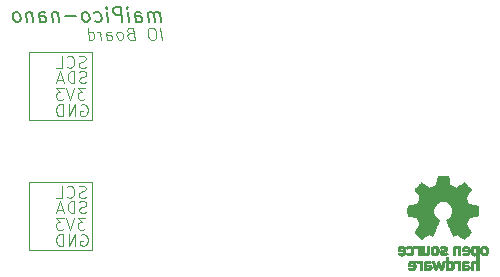
<source format=gbr>
%TF.GenerationSoftware,KiCad,Pcbnew,8.0.4*%
%TF.CreationDate,2024-08-04T13:51:38+08:00*%
%TF.ProjectId,mai-pico-nano-io,6d61692d-7069-4636-9f2d-6e616e6f2d69,rev?*%
%TF.SameCoordinates,Original*%
%TF.FileFunction,Legend,Bot*%
%TF.FilePolarity,Positive*%
%FSLAX46Y46*%
G04 Gerber Fmt 4.6, Leading zero omitted, Abs format (unit mm)*
G04 Created by KiCad (PCBNEW 8.0.4) date 2024-08-04 13:51:38*
%MOMM*%
%LPD*%
G01*
G04 APERTURE LIST*
%ADD10C,0.120000*%
%ADD11C,0.150000*%
%ADD12C,0.010000*%
G04 APERTURE END LIST*
D10*
X78900000Y-97100000D02*
X84200000Y-97100000D01*
X84200000Y-102900000D01*
X78900000Y-102900000D01*
X78900000Y-97100000D01*
X78900000Y-108100000D02*
X84200000Y-108100000D01*
X84200000Y-113900000D01*
X78900000Y-113900000D01*
X78900000Y-108100000D01*
X83650375Y-109408760D02*
X83507518Y-109456379D01*
X83507518Y-109456379D02*
X83269423Y-109456379D01*
X83269423Y-109456379D02*
X83174185Y-109408760D01*
X83174185Y-109408760D02*
X83126566Y-109361140D01*
X83126566Y-109361140D02*
X83078947Y-109265902D01*
X83078947Y-109265902D02*
X83078947Y-109170664D01*
X83078947Y-109170664D02*
X83126566Y-109075426D01*
X83126566Y-109075426D02*
X83174185Y-109027807D01*
X83174185Y-109027807D02*
X83269423Y-108980188D01*
X83269423Y-108980188D02*
X83459899Y-108932569D01*
X83459899Y-108932569D02*
X83555137Y-108884950D01*
X83555137Y-108884950D02*
X83602756Y-108837331D01*
X83602756Y-108837331D02*
X83650375Y-108742093D01*
X83650375Y-108742093D02*
X83650375Y-108646855D01*
X83650375Y-108646855D02*
X83602756Y-108551617D01*
X83602756Y-108551617D02*
X83555137Y-108503998D01*
X83555137Y-108503998D02*
X83459899Y-108456379D01*
X83459899Y-108456379D02*
X83221804Y-108456379D01*
X83221804Y-108456379D02*
X83078947Y-108503998D01*
X82078947Y-109361140D02*
X82126566Y-109408760D01*
X82126566Y-109408760D02*
X82269423Y-109456379D01*
X82269423Y-109456379D02*
X82364661Y-109456379D01*
X82364661Y-109456379D02*
X82507518Y-109408760D01*
X82507518Y-109408760D02*
X82602756Y-109313521D01*
X82602756Y-109313521D02*
X82650375Y-109218283D01*
X82650375Y-109218283D02*
X82697994Y-109027807D01*
X82697994Y-109027807D02*
X82697994Y-108884950D01*
X82697994Y-108884950D02*
X82650375Y-108694474D01*
X82650375Y-108694474D02*
X82602756Y-108599236D01*
X82602756Y-108599236D02*
X82507518Y-108503998D01*
X82507518Y-108503998D02*
X82364661Y-108456379D01*
X82364661Y-108456379D02*
X82269423Y-108456379D01*
X82269423Y-108456379D02*
X82126566Y-108503998D01*
X82126566Y-108503998D02*
X82078947Y-108551617D01*
X81174185Y-109456379D02*
X81650375Y-109456379D01*
X81650375Y-109456379D02*
X81650375Y-108456379D01*
X83697994Y-110708760D02*
X83555137Y-110756379D01*
X83555137Y-110756379D02*
X83317042Y-110756379D01*
X83317042Y-110756379D02*
X83221804Y-110708760D01*
X83221804Y-110708760D02*
X83174185Y-110661140D01*
X83174185Y-110661140D02*
X83126566Y-110565902D01*
X83126566Y-110565902D02*
X83126566Y-110470664D01*
X83126566Y-110470664D02*
X83174185Y-110375426D01*
X83174185Y-110375426D02*
X83221804Y-110327807D01*
X83221804Y-110327807D02*
X83317042Y-110280188D01*
X83317042Y-110280188D02*
X83507518Y-110232569D01*
X83507518Y-110232569D02*
X83602756Y-110184950D01*
X83602756Y-110184950D02*
X83650375Y-110137331D01*
X83650375Y-110137331D02*
X83697994Y-110042093D01*
X83697994Y-110042093D02*
X83697994Y-109946855D01*
X83697994Y-109946855D02*
X83650375Y-109851617D01*
X83650375Y-109851617D02*
X83602756Y-109803998D01*
X83602756Y-109803998D02*
X83507518Y-109756379D01*
X83507518Y-109756379D02*
X83269423Y-109756379D01*
X83269423Y-109756379D02*
X83126566Y-109803998D01*
X82697994Y-110756379D02*
X82697994Y-109756379D01*
X82697994Y-109756379D02*
X82459899Y-109756379D01*
X82459899Y-109756379D02*
X82317042Y-109803998D01*
X82317042Y-109803998D02*
X82221804Y-109899236D01*
X82221804Y-109899236D02*
X82174185Y-109994474D01*
X82174185Y-109994474D02*
X82126566Y-110184950D01*
X82126566Y-110184950D02*
X82126566Y-110327807D01*
X82126566Y-110327807D02*
X82174185Y-110518283D01*
X82174185Y-110518283D02*
X82221804Y-110613521D01*
X82221804Y-110613521D02*
X82317042Y-110708760D01*
X82317042Y-110708760D02*
X82459899Y-110756379D01*
X82459899Y-110756379D02*
X82697994Y-110756379D01*
X81745613Y-110470664D02*
X81269423Y-110470664D01*
X81840851Y-110756379D02*
X81507518Y-109756379D01*
X81507518Y-109756379D02*
X81174185Y-110756379D01*
X83597994Y-111156379D02*
X82978947Y-111156379D01*
X82978947Y-111156379D02*
X83312280Y-111537331D01*
X83312280Y-111537331D02*
X83169423Y-111537331D01*
X83169423Y-111537331D02*
X83074185Y-111584950D01*
X83074185Y-111584950D02*
X83026566Y-111632569D01*
X83026566Y-111632569D02*
X82978947Y-111727807D01*
X82978947Y-111727807D02*
X82978947Y-111965902D01*
X82978947Y-111965902D02*
X83026566Y-112061140D01*
X83026566Y-112061140D02*
X83074185Y-112108760D01*
X83074185Y-112108760D02*
X83169423Y-112156379D01*
X83169423Y-112156379D02*
X83455137Y-112156379D01*
X83455137Y-112156379D02*
X83550375Y-112108760D01*
X83550375Y-112108760D02*
X83597994Y-112061140D01*
X82693232Y-111156379D02*
X82359899Y-112156379D01*
X82359899Y-112156379D02*
X82026566Y-111156379D01*
X81788470Y-111156379D02*
X81169423Y-111156379D01*
X81169423Y-111156379D02*
X81502756Y-111537331D01*
X81502756Y-111537331D02*
X81359899Y-111537331D01*
X81359899Y-111537331D02*
X81264661Y-111584950D01*
X81264661Y-111584950D02*
X81217042Y-111632569D01*
X81217042Y-111632569D02*
X81169423Y-111727807D01*
X81169423Y-111727807D02*
X81169423Y-111965902D01*
X81169423Y-111965902D02*
X81217042Y-112061140D01*
X81217042Y-112061140D02*
X81264661Y-112108760D01*
X81264661Y-112108760D02*
X81359899Y-112156379D01*
X81359899Y-112156379D02*
X81645613Y-112156379D01*
X81645613Y-112156379D02*
X81740851Y-112108760D01*
X81740851Y-112108760D02*
X81788470Y-112061140D01*
X83597994Y-100156379D02*
X82978947Y-100156379D01*
X82978947Y-100156379D02*
X83312280Y-100537331D01*
X83312280Y-100537331D02*
X83169423Y-100537331D01*
X83169423Y-100537331D02*
X83074185Y-100584950D01*
X83074185Y-100584950D02*
X83026566Y-100632569D01*
X83026566Y-100632569D02*
X82978947Y-100727807D01*
X82978947Y-100727807D02*
X82978947Y-100965902D01*
X82978947Y-100965902D02*
X83026566Y-101061140D01*
X83026566Y-101061140D02*
X83074185Y-101108760D01*
X83074185Y-101108760D02*
X83169423Y-101156379D01*
X83169423Y-101156379D02*
X83455137Y-101156379D01*
X83455137Y-101156379D02*
X83550375Y-101108760D01*
X83550375Y-101108760D02*
X83597994Y-101061140D01*
X82693232Y-100156379D02*
X82359899Y-101156379D01*
X82359899Y-101156379D02*
X82026566Y-100156379D01*
X81788470Y-100156379D02*
X81169423Y-100156379D01*
X81169423Y-100156379D02*
X81502756Y-100537331D01*
X81502756Y-100537331D02*
X81359899Y-100537331D01*
X81359899Y-100537331D02*
X81264661Y-100584950D01*
X81264661Y-100584950D02*
X81217042Y-100632569D01*
X81217042Y-100632569D02*
X81169423Y-100727807D01*
X81169423Y-100727807D02*
X81169423Y-100965902D01*
X81169423Y-100965902D02*
X81217042Y-101061140D01*
X81217042Y-101061140D02*
X81264661Y-101108760D01*
X81264661Y-101108760D02*
X81359899Y-101156379D01*
X81359899Y-101156379D02*
X81645613Y-101156379D01*
X81645613Y-101156379D02*
X81740851Y-101108760D01*
X81740851Y-101108760D02*
X81788470Y-101061140D01*
D11*
X90022744Y-94545342D02*
X89922744Y-93745342D01*
X89937030Y-93859628D02*
X89872744Y-93802485D01*
X89872744Y-93802485D02*
X89751316Y-93745342D01*
X89751316Y-93745342D02*
X89579887Y-93745342D01*
X89579887Y-93745342D02*
X89472744Y-93802485D01*
X89472744Y-93802485D02*
X89429887Y-93916771D01*
X89429887Y-93916771D02*
X89508458Y-94545342D01*
X89429887Y-93916771D02*
X89358458Y-93802485D01*
X89358458Y-93802485D02*
X89237030Y-93745342D01*
X89237030Y-93745342D02*
X89065601Y-93745342D01*
X89065601Y-93745342D02*
X88958458Y-93802485D01*
X88958458Y-93802485D02*
X88915601Y-93916771D01*
X88915601Y-93916771D02*
X88994173Y-94545342D01*
X87908458Y-94545342D02*
X87829887Y-93916771D01*
X87829887Y-93916771D02*
X87872744Y-93802485D01*
X87872744Y-93802485D02*
X87979887Y-93745342D01*
X87979887Y-93745342D02*
X88208458Y-93745342D01*
X88208458Y-93745342D02*
X88329887Y-93802485D01*
X87901316Y-94488200D02*
X88022744Y-94545342D01*
X88022744Y-94545342D02*
X88308458Y-94545342D01*
X88308458Y-94545342D02*
X88415601Y-94488200D01*
X88415601Y-94488200D02*
X88458458Y-94373914D01*
X88458458Y-94373914D02*
X88444173Y-94259628D01*
X88444173Y-94259628D02*
X88372744Y-94145342D01*
X88372744Y-94145342D02*
X88251316Y-94088200D01*
X88251316Y-94088200D02*
X87965601Y-94088200D01*
X87965601Y-94088200D02*
X87844173Y-94031057D01*
X87337030Y-94545342D02*
X87237030Y-93745342D01*
X87187030Y-93345342D02*
X87251316Y-93402485D01*
X87251316Y-93402485D02*
X87201316Y-93459628D01*
X87201316Y-93459628D02*
X87137030Y-93402485D01*
X87137030Y-93402485D02*
X87187030Y-93345342D01*
X87187030Y-93345342D02*
X87201316Y-93459628D01*
X86765601Y-94545342D02*
X86615601Y-93345342D01*
X86615601Y-93345342D02*
X86158458Y-93345342D01*
X86158458Y-93345342D02*
X86051315Y-93402485D01*
X86051315Y-93402485D02*
X86001315Y-93459628D01*
X86001315Y-93459628D02*
X85958458Y-93573914D01*
X85958458Y-93573914D02*
X85979887Y-93745342D01*
X85979887Y-93745342D02*
X86051315Y-93859628D01*
X86051315Y-93859628D02*
X86115601Y-93916771D01*
X86115601Y-93916771D02*
X86237030Y-93973914D01*
X86237030Y-93973914D02*
X86694173Y-93973914D01*
X85565601Y-94545342D02*
X85465601Y-93745342D01*
X85415601Y-93345342D02*
X85479887Y-93402485D01*
X85479887Y-93402485D02*
X85429887Y-93459628D01*
X85429887Y-93459628D02*
X85365601Y-93402485D01*
X85365601Y-93402485D02*
X85415601Y-93345342D01*
X85415601Y-93345342D02*
X85429887Y-93459628D01*
X84472744Y-94488200D02*
X84594172Y-94545342D01*
X84594172Y-94545342D02*
X84822744Y-94545342D01*
X84822744Y-94545342D02*
X84929886Y-94488200D01*
X84929886Y-94488200D02*
X84979886Y-94431057D01*
X84979886Y-94431057D02*
X85022744Y-94316771D01*
X85022744Y-94316771D02*
X84979886Y-93973914D01*
X84979886Y-93973914D02*
X84908458Y-93859628D01*
X84908458Y-93859628D02*
X84844172Y-93802485D01*
X84844172Y-93802485D02*
X84722744Y-93745342D01*
X84722744Y-93745342D02*
X84494172Y-93745342D01*
X84494172Y-93745342D02*
X84387029Y-93802485D01*
X83794173Y-94545342D02*
X83901315Y-94488200D01*
X83901315Y-94488200D02*
X83951315Y-94431057D01*
X83951315Y-94431057D02*
X83994173Y-94316771D01*
X83994173Y-94316771D02*
X83951315Y-93973914D01*
X83951315Y-93973914D02*
X83879887Y-93859628D01*
X83879887Y-93859628D02*
X83815601Y-93802485D01*
X83815601Y-93802485D02*
X83694173Y-93745342D01*
X83694173Y-93745342D02*
X83522744Y-93745342D01*
X83522744Y-93745342D02*
X83415601Y-93802485D01*
X83415601Y-93802485D02*
X83365601Y-93859628D01*
X83365601Y-93859628D02*
X83322744Y-93973914D01*
X83322744Y-93973914D02*
X83365601Y-94316771D01*
X83365601Y-94316771D02*
X83437030Y-94431057D01*
X83437030Y-94431057D02*
X83501315Y-94488200D01*
X83501315Y-94488200D02*
X83622744Y-94545342D01*
X83622744Y-94545342D02*
X83794173Y-94545342D01*
X82822744Y-94088200D02*
X81908459Y-94088200D01*
X81294173Y-93745342D02*
X81394173Y-94545342D01*
X81308459Y-93859628D02*
X81244173Y-93802485D01*
X81244173Y-93802485D02*
X81122745Y-93745342D01*
X81122745Y-93745342D02*
X80951316Y-93745342D01*
X80951316Y-93745342D02*
X80844173Y-93802485D01*
X80844173Y-93802485D02*
X80801316Y-93916771D01*
X80801316Y-93916771D02*
X80879887Y-94545342D01*
X79794173Y-94545342D02*
X79715602Y-93916771D01*
X79715602Y-93916771D02*
X79758459Y-93802485D01*
X79758459Y-93802485D02*
X79865602Y-93745342D01*
X79865602Y-93745342D02*
X80094173Y-93745342D01*
X80094173Y-93745342D02*
X80215602Y-93802485D01*
X79787031Y-94488200D02*
X79908459Y-94545342D01*
X79908459Y-94545342D02*
X80194173Y-94545342D01*
X80194173Y-94545342D02*
X80301316Y-94488200D01*
X80301316Y-94488200D02*
X80344173Y-94373914D01*
X80344173Y-94373914D02*
X80329888Y-94259628D01*
X80329888Y-94259628D02*
X80258459Y-94145342D01*
X80258459Y-94145342D02*
X80137031Y-94088200D01*
X80137031Y-94088200D02*
X79851316Y-94088200D01*
X79851316Y-94088200D02*
X79729888Y-94031057D01*
X79122745Y-93745342D02*
X79222745Y-94545342D01*
X79137031Y-93859628D02*
X79072745Y-93802485D01*
X79072745Y-93802485D02*
X78951317Y-93745342D01*
X78951317Y-93745342D02*
X78779888Y-93745342D01*
X78779888Y-93745342D02*
X78672745Y-93802485D01*
X78672745Y-93802485D02*
X78629888Y-93916771D01*
X78629888Y-93916771D02*
X78708459Y-94545342D01*
X77965603Y-94545342D02*
X78072745Y-94488200D01*
X78072745Y-94488200D02*
X78122745Y-94431057D01*
X78122745Y-94431057D02*
X78165603Y-94316771D01*
X78165603Y-94316771D02*
X78122745Y-93973914D01*
X78122745Y-93973914D02*
X78051317Y-93859628D01*
X78051317Y-93859628D02*
X77987031Y-93802485D01*
X77987031Y-93802485D02*
X77865603Y-93745342D01*
X77865603Y-93745342D02*
X77694174Y-93745342D01*
X77694174Y-93745342D02*
X77587031Y-93802485D01*
X77587031Y-93802485D02*
X77537031Y-93859628D01*
X77537031Y-93859628D02*
X77494174Y-93973914D01*
X77494174Y-93973914D02*
X77537031Y-94316771D01*
X77537031Y-94316771D02*
X77608460Y-94431057D01*
X77608460Y-94431057D02*
X77672745Y-94488200D01*
X77672745Y-94488200D02*
X77794174Y-94545342D01*
X77794174Y-94545342D02*
X77965603Y-94545342D01*
D10*
X83650375Y-98408760D02*
X83507518Y-98456379D01*
X83507518Y-98456379D02*
X83269423Y-98456379D01*
X83269423Y-98456379D02*
X83174185Y-98408760D01*
X83174185Y-98408760D02*
X83126566Y-98361140D01*
X83126566Y-98361140D02*
X83078947Y-98265902D01*
X83078947Y-98265902D02*
X83078947Y-98170664D01*
X83078947Y-98170664D02*
X83126566Y-98075426D01*
X83126566Y-98075426D02*
X83174185Y-98027807D01*
X83174185Y-98027807D02*
X83269423Y-97980188D01*
X83269423Y-97980188D02*
X83459899Y-97932569D01*
X83459899Y-97932569D02*
X83555137Y-97884950D01*
X83555137Y-97884950D02*
X83602756Y-97837331D01*
X83602756Y-97837331D02*
X83650375Y-97742093D01*
X83650375Y-97742093D02*
X83650375Y-97646855D01*
X83650375Y-97646855D02*
X83602756Y-97551617D01*
X83602756Y-97551617D02*
X83555137Y-97503998D01*
X83555137Y-97503998D02*
X83459899Y-97456379D01*
X83459899Y-97456379D02*
X83221804Y-97456379D01*
X83221804Y-97456379D02*
X83078947Y-97503998D01*
X82078947Y-98361140D02*
X82126566Y-98408760D01*
X82126566Y-98408760D02*
X82269423Y-98456379D01*
X82269423Y-98456379D02*
X82364661Y-98456379D01*
X82364661Y-98456379D02*
X82507518Y-98408760D01*
X82507518Y-98408760D02*
X82602756Y-98313521D01*
X82602756Y-98313521D02*
X82650375Y-98218283D01*
X82650375Y-98218283D02*
X82697994Y-98027807D01*
X82697994Y-98027807D02*
X82697994Y-97884950D01*
X82697994Y-97884950D02*
X82650375Y-97694474D01*
X82650375Y-97694474D02*
X82602756Y-97599236D01*
X82602756Y-97599236D02*
X82507518Y-97503998D01*
X82507518Y-97503998D02*
X82364661Y-97456379D01*
X82364661Y-97456379D02*
X82269423Y-97456379D01*
X82269423Y-97456379D02*
X82126566Y-97503998D01*
X82126566Y-97503998D02*
X82078947Y-97551617D01*
X81174185Y-98456379D02*
X81650375Y-98456379D01*
X81650375Y-98456379D02*
X81650375Y-97456379D01*
X83264661Y-112603998D02*
X83359899Y-112556379D01*
X83359899Y-112556379D02*
X83502756Y-112556379D01*
X83502756Y-112556379D02*
X83645613Y-112603998D01*
X83645613Y-112603998D02*
X83740851Y-112699236D01*
X83740851Y-112699236D02*
X83788470Y-112794474D01*
X83788470Y-112794474D02*
X83836089Y-112984950D01*
X83836089Y-112984950D02*
X83836089Y-113127807D01*
X83836089Y-113127807D02*
X83788470Y-113318283D01*
X83788470Y-113318283D02*
X83740851Y-113413521D01*
X83740851Y-113413521D02*
X83645613Y-113508760D01*
X83645613Y-113508760D02*
X83502756Y-113556379D01*
X83502756Y-113556379D02*
X83407518Y-113556379D01*
X83407518Y-113556379D02*
X83264661Y-113508760D01*
X83264661Y-113508760D02*
X83217042Y-113461140D01*
X83217042Y-113461140D02*
X83217042Y-113127807D01*
X83217042Y-113127807D02*
X83407518Y-113127807D01*
X82788470Y-113556379D02*
X82788470Y-112556379D01*
X82788470Y-112556379D02*
X82217042Y-113556379D01*
X82217042Y-113556379D02*
X82217042Y-112556379D01*
X81740851Y-113556379D02*
X81740851Y-112556379D01*
X81740851Y-112556379D02*
X81502756Y-112556379D01*
X81502756Y-112556379D02*
X81359899Y-112603998D01*
X81359899Y-112603998D02*
X81264661Y-112699236D01*
X81264661Y-112699236D02*
X81217042Y-112794474D01*
X81217042Y-112794474D02*
X81169423Y-112984950D01*
X81169423Y-112984950D02*
X81169423Y-113127807D01*
X81169423Y-113127807D02*
X81217042Y-113318283D01*
X81217042Y-113318283D02*
X81264661Y-113413521D01*
X81264661Y-113413521D02*
X81359899Y-113508760D01*
X81359899Y-113508760D02*
X81502756Y-113556379D01*
X81502756Y-113556379D02*
X81740851Y-113556379D01*
X90088910Y-96071379D02*
X89963910Y-95071379D01*
X89297243Y-95071379D02*
X89106767Y-95071379D01*
X89106767Y-95071379D02*
X89017482Y-95118998D01*
X89017482Y-95118998D02*
X88934148Y-95214236D01*
X88934148Y-95214236D02*
X88910339Y-95404712D01*
X88910339Y-95404712D02*
X88952005Y-95738045D01*
X88952005Y-95738045D02*
X89023434Y-95928521D01*
X89023434Y-95928521D02*
X89130577Y-96023760D01*
X89130577Y-96023760D02*
X89231767Y-96071379D01*
X89231767Y-96071379D02*
X89422243Y-96071379D01*
X89422243Y-96071379D02*
X89511529Y-96023760D01*
X89511529Y-96023760D02*
X89594863Y-95928521D01*
X89594863Y-95928521D02*
X89618672Y-95738045D01*
X89618672Y-95738045D02*
X89577005Y-95404712D01*
X89577005Y-95404712D02*
X89505577Y-95214236D01*
X89505577Y-95214236D02*
X89398434Y-95118998D01*
X89398434Y-95118998D02*
X89297243Y-95071379D01*
X87404386Y-95547569D02*
X87267481Y-95595188D01*
X87267481Y-95595188D02*
X87225815Y-95642807D01*
X87225815Y-95642807D02*
X87190100Y-95738045D01*
X87190100Y-95738045D02*
X87207958Y-95880902D01*
X87207958Y-95880902D02*
X87267481Y-95976140D01*
X87267481Y-95976140D02*
X87321053Y-96023760D01*
X87321053Y-96023760D02*
X87422243Y-96071379D01*
X87422243Y-96071379D02*
X87803196Y-96071379D01*
X87803196Y-96071379D02*
X87678196Y-95071379D01*
X87678196Y-95071379D02*
X87344862Y-95071379D01*
X87344862Y-95071379D02*
X87255577Y-95118998D01*
X87255577Y-95118998D02*
X87213910Y-95166617D01*
X87213910Y-95166617D02*
X87178196Y-95261855D01*
X87178196Y-95261855D02*
X87190100Y-95357093D01*
X87190100Y-95357093D02*
X87249624Y-95452331D01*
X87249624Y-95452331D02*
X87303196Y-95499950D01*
X87303196Y-95499950D02*
X87404386Y-95547569D01*
X87404386Y-95547569D02*
X87737719Y-95547569D01*
X86660339Y-96071379D02*
X86749624Y-96023760D01*
X86749624Y-96023760D02*
X86791291Y-95976140D01*
X86791291Y-95976140D02*
X86827005Y-95880902D01*
X86827005Y-95880902D02*
X86791291Y-95595188D01*
X86791291Y-95595188D02*
X86731767Y-95499950D01*
X86731767Y-95499950D02*
X86678196Y-95452331D01*
X86678196Y-95452331D02*
X86577005Y-95404712D01*
X86577005Y-95404712D02*
X86434148Y-95404712D01*
X86434148Y-95404712D02*
X86344862Y-95452331D01*
X86344862Y-95452331D02*
X86303196Y-95499950D01*
X86303196Y-95499950D02*
X86267481Y-95595188D01*
X86267481Y-95595188D02*
X86303196Y-95880902D01*
X86303196Y-95880902D02*
X86362719Y-95976140D01*
X86362719Y-95976140D02*
X86416291Y-96023760D01*
X86416291Y-96023760D02*
X86517481Y-96071379D01*
X86517481Y-96071379D02*
X86660339Y-96071379D01*
X85469862Y-96071379D02*
X85404386Y-95547569D01*
X85404386Y-95547569D02*
X85440100Y-95452331D01*
X85440100Y-95452331D02*
X85529386Y-95404712D01*
X85529386Y-95404712D02*
X85719862Y-95404712D01*
X85719862Y-95404712D02*
X85821053Y-95452331D01*
X85463910Y-96023760D02*
X85565100Y-96071379D01*
X85565100Y-96071379D02*
X85803196Y-96071379D01*
X85803196Y-96071379D02*
X85892481Y-96023760D01*
X85892481Y-96023760D02*
X85928196Y-95928521D01*
X85928196Y-95928521D02*
X85916291Y-95833283D01*
X85916291Y-95833283D02*
X85856767Y-95738045D01*
X85856767Y-95738045D02*
X85755577Y-95690426D01*
X85755577Y-95690426D02*
X85517481Y-95690426D01*
X85517481Y-95690426D02*
X85416291Y-95642807D01*
X84993672Y-96071379D02*
X84910338Y-95404712D01*
X84934148Y-95595188D02*
X84874624Y-95499950D01*
X84874624Y-95499950D02*
X84821053Y-95452331D01*
X84821053Y-95452331D02*
X84719862Y-95404712D01*
X84719862Y-95404712D02*
X84624624Y-95404712D01*
X83946052Y-96071379D02*
X83821052Y-95071379D01*
X83940100Y-96023760D02*
X84041290Y-96071379D01*
X84041290Y-96071379D02*
X84231767Y-96071379D01*
X84231767Y-96071379D02*
X84321052Y-96023760D01*
X84321052Y-96023760D02*
X84362719Y-95976140D01*
X84362719Y-95976140D02*
X84398433Y-95880902D01*
X84398433Y-95880902D02*
X84362719Y-95595188D01*
X84362719Y-95595188D02*
X84303195Y-95499950D01*
X84303195Y-95499950D02*
X84249624Y-95452331D01*
X84249624Y-95452331D02*
X84148433Y-95404712D01*
X84148433Y-95404712D02*
X83957957Y-95404712D01*
X83957957Y-95404712D02*
X83868671Y-95452331D01*
X83264661Y-101603998D02*
X83359899Y-101556379D01*
X83359899Y-101556379D02*
X83502756Y-101556379D01*
X83502756Y-101556379D02*
X83645613Y-101603998D01*
X83645613Y-101603998D02*
X83740851Y-101699236D01*
X83740851Y-101699236D02*
X83788470Y-101794474D01*
X83788470Y-101794474D02*
X83836089Y-101984950D01*
X83836089Y-101984950D02*
X83836089Y-102127807D01*
X83836089Y-102127807D02*
X83788470Y-102318283D01*
X83788470Y-102318283D02*
X83740851Y-102413521D01*
X83740851Y-102413521D02*
X83645613Y-102508760D01*
X83645613Y-102508760D02*
X83502756Y-102556379D01*
X83502756Y-102556379D02*
X83407518Y-102556379D01*
X83407518Y-102556379D02*
X83264661Y-102508760D01*
X83264661Y-102508760D02*
X83217042Y-102461140D01*
X83217042Y-102461140D02*
X83217042Y-102127807D01*
X83217042Y-102127807D02*
X83407518Y-102127807D01*
X82788470Y-102556379D02*
X82788470Y-101556379D01*
X82788470Y-101556379D02*
X82217042Y-102556379D01*
X82217042Y-102556379D02*
X82217042Y-101556379D01*
X81740851Y-102556379D02*
X81740851Y-101556379D01*
X81740851Y-101556379D02*
X81502756Y-101556379D01*
X81502756Y-101556379D02*
X81359899Y-101603998D01*
X81359899Y-101603998D02*
X81264661Y-101699236D01*
X81264661Y-101699236D02*
X81217042Y-101794474D01*
X81217042Y-101794474D02*
X81169423Y-101984950D01*
X81169423Y-101984950D02*
X81169423Y-102127807D01*
X81169423Y-102127807D02*
X81217042Y-102318283D01*
X81217042Y-102318283D02*
X81264661Y-102413521D01*
X81264661Y-102413521D02*
X81359899Y-102508760D01*
X81359899Y-102508760D02*
X81502756Y-102556379D01*
X81502756Y-102556379D02*
X81740851Y-102556379D01*
X83697994Y-99708760D02*
X83555137Y-99756379D01*
X83555137Y-99756379D02*
X83317042Y-99756379D01*
X83317042Y-99756379D02*
X83221804Y-99708760D01*
X83221804Y-99708760D02*
X83174185Y-99661140D01*
X83174185Y-99661140D02*
X83126566Y-99565902D01*
X83126566Y-99565902D02*
X83126566Y-99470664D01*
X83126566Y-99470664D02*
X83174185Y-99375426D01*
X83174185Y-99375426D02*
X83221804Y-99327807D01*
X83221804Y-99327807D02*
X83317042Y-99280188D01*
X83317042Y-99280188D02*
X83507518Y-99232569D01*
X83507518Y-99232569D02*
X83602756Y-99184950D01*
X83602756Y-99184950D02*
X83650375Y-99137331D01*
X83650375Y-99137331D02*
X83697994Y-99042093D01*
X83697994Y-99042093D02*
X83697994Y-98946855D01*
X83697994Y-98946855D02*
X83650375Y-98851617D01*
X83650375Y-98851617D02*
X83602756Y-98803998D01*
X83602756Y-98803998D02*
X83507518Y-98756379D01*
X83507518Y-98756379D02*
X83269423Y-98756379D01*
X83269423Y-98756379D02*
X83126566Y-98803998D01*
X82697994Y-99756379D02*
X82697994Y-98756379D01*
X82697994Y-98756379D02*
X82459899Y-98756379D01*
X82459899Y-98756379D02*
X82317042Y-98803998D01*
X82317042Y-98803998D02*
X82221804Y-98899236D01*
X82221804Y-98899236D02*
X82174185Y-98994474D01*
X82174185Y-98994474D02*
X82126566Y-99184950D01*
X82126566Y-99184950D02*
X82126566Y-99327807D01*
X82126566Y-99327807D02*
X82174185Y-99518283D01*
X82174185Y-99518283D02*
X82221804Y-99613521D01*
X82221804Y-99613521D02*
X82317042Y-99708760D01*
X82317042Y-99708760D02*
X82459899Y-99756379D01*
X82459899Y-99756379D02*
X82697994Y-99756379D01*
X81745613Y-99470664D02*
X81269423Y-99470664D01*
X81840851Y-99756379D02*
X81507518Y-98756379D01*
X81507518Y-98756379D02*
X81174185Y-99756379D01*
D12*
%TO.C,REF\u002A\u002A*%
X111623684Y-113532216D02*
X111664650Y-113545005D01*
X111715099Y-113566261D01*
X111739526Y-113577684D01*
X111757155Y-113579749D01*
X111761053Y-113563916D01*
X111761057Y-113563468D01*
X111769312Y-113548351D01*
X111797781Y-113540603D01*
X111852961Y-113538421D01*
X111944869Y-113538421D01*
X111944869Y-114340526D01*
X111761053Y-114340526D01*
X111761053Y-113787483D01*
X111715358Y-113745134D01*
X111701082Y-113733098D01*
X111658558Y-113712534D01*
X111606192Y-113711710D01*
X111534889Y-113729856D01*
X111510852Y-113731005D01*
X111482656Y-113713402D01*
X111445126Y-113671562D01*
X111426921Y-113648419D01*
X111405391Y-113615742D01*
X111402073Y-113594942D01*
X111414128Y-113577395D01*
X111451135Y-113555206D01*
X111508612Y-113537645D01*
X111570972Y-113528938D01*
X111623684Y-113532216D01*
G36*
X111623684Y-113532216D02*
G01*
X111664650Y-113545005D01*
X111715099Y-113566261D01*
X111739526Y-113577684D01*
X111757155Y-113579749D01*
X111761053Y-113563916D01*
X111761057Y-113563468D01*
X111769312Y-113548351D01*
X111797781Y-113540603D01*
X111852961Y-113538421D01*
X111944869Y-113538421D01*
X111944869Y-114340526D01*
X111761053Y-114340526D01*
X111761053Y-113787483D01*
X111715358Y-113745134D01*
X111701082Y-113733098D01*
X111658558Y-113712534D01*
X111606192Y-113711710D01*
X111534889Y-113729856D01*
X111510852Y-113731005D01*
X111482656Y-113713402D01*
X111445126Y-113671562D01*
X111426921Y-113648419D01*
X111405391Y-113615742D01*
X111402073Y-113594942D01*
X111414128Y-113577395D01*
X111451135Y-113555206D01*
X111508612Y-113537645D01*
X111570972Y-113528938D01*
X111623684Y-113532216D01*
G37*
X111867063Y-114802716D02*
X111917550Y-114826344D01*
X111961579Y-114860978D01*
X111961579Y-114826344D01*
X111962676Y-114813194D01*
X111972885Y-114799252D01*
X112000493Y-114793094D01*
X112053487Y-114791710D01*
X112145395Y-114791710D01*
X112145395Y-115610526D01*
X111961579Y-115610526D01*
X111961579Y-115343944D01*
X111961557Y-115328640D01*
X111959989Y-115221060D01*
X111956141Y-115133427D01*
X111950287Y-115070224D01*
X111942701Y-115035929D01*
X111935736Y-115022982D01*
X111892860Y-114982378D01*
X111834458Y-114964404D01*
X111770686Y-114972789D01*
X111755044Y-114978472D01*
X111721721Y-114988517D01*
X111698947Y-114985398D01*
X111676031Y-114964979D01*
X111642283Y-114923127D01*
X111587547Y-114854017D01*
X111626020Y-114822864D01*
X111662592Y-114804112D01*
X111726833Y-114791447D01*
X111799240Y-114791033D01*
X111867063Y-114802716D01*
G36*
X111867063Y-114802716D02*
G01*
X111917550Y-114826344D01*
X111961579Y-114860978D01*
X111961579Y-114826344D01*
X111962676Y-114813194D01*
X111972885Y-114799252D01*
X112000493Y-114793094D01*
X112053487Y-114791710D01*
X112145395Y-114791710D01*
X112145395Y-115610526D01*
X111961579Y-115610526D01*
X111961579Y-115343944D01*
X111961557Y-115328640D01*
X111959989Y-115221060D01*
X111956141Y-115133427D01*
X111950287Y-115070224D01*
X111942701Y-115035929D01*
X111935736Y-115022982D01*
X111892860Y-114982378D01*
X111834458Y-114964404D01*
X111770686Y-114972789D01*
X111755044Y-114978472D01*
X111721721Y-114988517D01*
X111698947Y-114985398D01*
X111676031Y-114964979D01*
X111642283Y-114923127D01*
X111587547Y-114854017D01*
X111626020Y-114822864D01*
X111662592Y-114804112D01*
X111726833Y-114791447D01*
X111799240Y-114791033D01*
X111867063Y-114802716D01*
G37*
X115353816Y-115610526D02*
X115186711Y-115610526D01*
X115186711Y-115352601D01*
X115186526Y-115292605D01*
X115184626Y-115193237D01*
X115179816Y-115119673D01*
X115171052Y-115066827D01*
X115157290Y-115029614D01*
X115137487Y-115002949D01*
X115110600Y-114981746D01*
X115081248Y-114965947D01*
X115046491Y-114961467D01*
X114997058Y-114971429D01*
X114981173Y-114975576D01*
X114941520Y-114981818D01*
X114913167Y-114972875D01*
X114880306Y-114945195D01*
X114874070Y-114939175D01*
X114839594Y-114901937D01*
X114817361Y-114871660D01*
X114814311Y-114864366D01*
X114820354Y-114837432D01*
X114850998Y-114815898D01*
X114899363Y-114800786D01*
X114958566Y-114793114D01*
X115021728Y-114793904D01*
X115081967Y-114804175D01*
X115132402Y-114824948D01*
X115148388Y-114834648D01*
X115175302Y-114848845D01*
X115185264Y-114845594D01*
X115186711Y-114824886D01*
X115187050Y-114817451D01*
X115195112Y-114800982D01*
X115220119Y-114793486D01*
X115270264Y-114791710D01*
X115353816Y-114791710D01*
X115353816Y-115610526D01*
G36*
X115353816Y-115610526D02*
G01*
X115186711Y-115610526D01*
X115186711Y-115352601D01*
X115186526Y-115292605D01*
X115184626Y-115193237D01*
X115179816Y-115119673D01*
X115171052Y-115066827D01*
X115157290Y-115029614D01*
X115137487Y-115002949D01*
X115110600Y-114981746D01*
X115081248Y-114965947D01*
X115046491Y-114961467D01*
X114997058Y-114971429D01*
X114981173Y-114975576D01*
X114941520Y-114981818D01*
X114913167Y-114972875D01*
X114880306Y-114945195D01*
X114874070Y-114939175D01*
X114839594Y-114901937D01*
X114817361Y-114871660D01*
X114814311Y-114864366D01*
X114820354Y-114837432D01*
X114850998Y-114815898D01*
X114899363Y-114800786D01*
X114958566Y-114793114D01*
X115021728Y-114793904D01*
X115081967Y-114804175D01*
X115132402Y-114824948D01*
X115148388Y-114834648D01*
X115175302Y-114848845D01*
X115185264Y-114845594D01*
X115186711Y-114824886D01*
X115187050Y-114817451D01*
X115195112Y-114800982D01*
X115220119Y-114793486D01*
X115270264Y-114791710D01*
X115353816Y-114791710D01*
X115353816Y-115610526D01*
G37*
X112279079Y-113798533D02*
X112280489Y-113915550D01*
X112286007Y-114010058D01*
X112297185Y-114078751D01*
X112315572Y-114125478D01*
X112342717Y-114154089D01*
X112380168Y-114168432D01*
X112429474Y-114172358D01*
X112476552Y-114168854D01*
X112514574Y-114155139D01*
X112542210Y-114127355D01*
X112561009Y-114081651D01*
X112572519Y-114014179D01*
X112578290Y-113921089D01*
X112579869Y-113798533D01*
X112579869Y-113538421D01*
X112746974Y-113538421D01*
X112746974Y-113852004D01*
X112746688Y-113935705D01*
X112744459Y-114043943D01*
X112738869Y-114126489D01*
X112728561Y-114188068D01*
X112712183Y-114233405D01*
X112688379Y-114267226D01*
X112655796Y-114294257D01*
X112613079Y-114319221D01*
X112523377Y-114350825D01*
X112429761Y-114352887D01*
X112341496Y-114323783D01*
X112302986Y-114304917D01*
X112283880Y-114302097D01*
X112279079Y-114315428D01*
X112271109Y-114330396D01*
X112242578Y-114338281D01*
X112187172Y-114340526D01*
X112095264Y-114340526D01*
X112095264Y-113538421D01*
X112279079Y-113538421D01*
X112279079Y-113798533D01*
G36*
X112279079Y-113798533D02*
G01*
X112280489Y-113915550D01*
X112286007Y-114010058D01*
X112297185Y-114078751D01*
X112315572Y-114125478D01*
X112342717Y-114154089D01*
X112380168Y-114168432D01*
X112429474Y-114172358D01*
X112476552Y-114168854D01*
X112514574Y-114155139D01*
X112542210Y-114127355D01*
X112561009Y-114081651D01*
X112572519Y-114014179D01*
X112578290Y-113921089D01*
X112579869Y-113798533D01*
X112579869Y-113538421D01*
X112746974Y-113538421D01*
X112746974Y-113852004D01*
X112746688Y-113935705D01*
X112744459Y-114043943D01*
X112738869Y-114126489D01*
X112728561Y-114188068D01*
X112712183Y-114233405D01*
X112688379Y-114267226D01*
X112655796Y-114294257D01*
X112613079Y-114319221D01*
X112523377Y-114350825D01*
X112429761Y-114352887D01*
X112341496Y-114323783D01*
X112302986Y-114304917D01*
X112283880Y-114302097D01*
X112279079Y-114315428D01*
X112271109Y-114330396D01*
X112242578Y-114338281D01*
X112187172Y-114340526D01*
X112095264Y-114340526D01*
X112095264Y-113538421D01*
X112279079Y-113538421D01*
X112279079Y-113798533D01*
G37*
X115072937Y-113536840D02*
X115149112Y-113560773D01*
X115182699Y-113577040D01*
X115199592Y-113578720D01*
X115203422Y-113563916D01*
X115203425Y-113563468D01*
X115211680Y-113548351D01*
X115240149Y-113540603D01*
X115295329Y-113538421D01*
X115387237Y-113538421D01*
X115387237Y-114340526D01*
X115203422Y-114340526D01*
X115203422Y-114064043D01*
X115203296Y-113970680D01*
X115202436Y-113893988D01*
X115200137Y-113840322D01*
X115195690Y-113804212D01*
X115188390Y-113780191D01*
X115177530Y-113762791D01*
X115162405Y-113746543D01*
X115141801Y-113729261D01*
X115082555Y-113706042D01*
X115020366Y-113712857D01*
X114963398Y-113749581D01*
X114947115Y-113766673D01*
X114935426Y-113783971D01*
X114927586Y-113806990D01*
X114922827Y-113841271D01*
X114920379Y-113892353D01*
X114919473Y-113965777D01*
X114919343Y-114067081D01*
X114919343Y-114340526D01*
X114735527Y-114340526D01*
X114735894Y-114043914D01*
X114735919Y-114030702D01*
X114737513Y-113904535D01*
X114742408Y-113806528D01*
X114751864Y-113731915D01*
X114767139Y-113675931D01*
X114789490Y-113633809D01*
X114820175Y-113600784D01*
X114860454Y-113572090D01*
X114902043Y-113552226D01*
X114985800Y-113534178D01*
X115072937Y-113536840D01*
G36*
X115072937Y-113536840D02*
G01*
X115149112Y-113560773D01*
X115182699Y-113577040D01*
X115199592Y-113578720D01*
X115203422Y-113563916D01*
X115203425Y-113563468D01*
X115211680Y-113548351D01*
X115240149Y-113540603D01*
X115295329Y-113538421D01*
X115387237Y-113538421D01*
X115387237Y-114340526D01*
X115203422Y-114340526D01*
X115203422Y-114064043D01*
X115203296Y-113970680D01*
X115202436Y-113893988D01*
X115200137Y-113840322D01*
X115195690Y-113804212D01*
X115188390Y-113780191D01*
X115177530Y-113762791D01*
X115162405Y-113746543D01*
X115141801Y-113729261D01*
X115082555Y-113706042D01*
X115020366Y-113712857D01*
X114963398Y-113749581D01*
X114947115Y-113766673D01*
X114935426Y-113783971D01*
X114927586Y-113806990D01*
X114922827Y-113841271D01*
X114920379Y-113892353D01*
X114919473Y-113965777D01*
X114919343Y-114067081D01*
X114919343Y-114340526D01*
X114735527Y-114340526D01*
X114735894Y-114043914D01*
X114735919Y-114030702D01*
X114737513Y-113904535D01*
X114742408Y-113806528D01*
X114751864Y-113731915D01*
X114767139Y-113675931D01*
X114789490Y-113633809D01*
X114820175Y-113600784D01*
X114860454Y-113572090D01*
X114902043Y-113552226D01*
X114985800Y-113534178D01*
X115072937Y-113536840D01*
G37*
X111153610Y-113542247D02*
X111244791Y-113577771D01*
X111321907Y-113636413D01*
X111378864Y-113716956D01*
X111382710Y-113725169D01*
X111407130Y-113805267D01*
X111419330Y-113900948D01*
X111419234Y-114000569D01*
X111406764Y-114092488D01*
X111381843Y-114165066D01*
X111351073Y-114215650D01*
X111283344Y-114287310D01*
X111198657Y-114332862D01*
X111126202Y-114351282D01*
X111015875Y-114353293D01*
X110910302Y-114325513D01*
X110816682Y-114269142D01*
X110756088Y-114219196D01*
X110810664Y-114162887D01*
X110845144Y-114129530D01*
X110876332Y-114110958D01*
X110905250Y-114115047D01*
X110942237Y-114140000D01*
X110956985Y-114149768D01*
X111019291Y-114169762D01*
X111090903Y-114169749D01*
X111157950Y-114149143D01*
X111183196Y-114132595D01*
X111220228Y-114083730D01*
X111238792Y-114011958D01*
X111239987Y-113914136D01*
X111239983Y-113914081D01*
X111226171Y-113826562D01*
X111195744Y-113765881D01*
X111145676Y-113728345D01*
X111072941Y-113710261D01*
X111027137Y-113707829D01*
X110987116Y-113717789D01*
X110946070Y-113746642D01*
X110892954Y-113791336D01*
X110825688Y-113737279D01*
X110801113Y-113716570D01*
X110770416Y-113686899D01*
X110758422Y-113669413D01*
X110762669Y-113661533D01*
X110787135Y-113637340D01*
X110826110Y-113606571D01*
X110856605Y-113586549D01*
X110953424Y-113545419D01*
X111054457Y-113531057D01*
X111153610Y-113542247D01*
G36*
X111153610Y-113542247D02*
G01*
X111244791Y-113577771D01*
X111321907Y-113636413D01*
X111378864Y-113716956D01*
X111382710Y-113725169D01*
X111407130Y-113805267D01*
X111419330Y-113900948D01*
X111419234Y-114000569D01*
X111406764Y-114092488D01*
X111381843Y-114165066D01*
X111351073Y-114215650D01*
X111283344Y-114287310D01*
X111198657Y-114332862D01*
X111126202Y-114351282D01*
X111015875Y-114353293D01*
X110910302Y-114325513D01*
X110816682Y-114269142D01*
X110756088Y-114219196D01*
X110810664Y-114162887D01*
X110845144Y-114129530D01*
X110876332Y-114110958D01*
X110905250Y-114115047D01*
X110942237Y-114140000D01*
X110956985Y-114149768D01*
X111019291Y-114169762D01*
X111090903Y-114169749D01*
X111157950Y-114149143D01*
X111183196Y-114132595D01*
X111220228Y-114083730D01*
X111238792Y-114011958D01*
X111239987Y-113914136D01*
X111239983Y-113914081D01*
X111226171Y-113826562D01*
X111195744Y-113765881D01*
X111145676Y-113728345D01*
X111072941Y-113710261D01*
X111027137Y-113707829D01*
X110987116Y-113717789D01*
X110946070Y-113746642D01*
X110892954Y-113791336D01*
X110825688Y-113737279D01*
X110801113Y-113716570D01*
X110770416Y-113686899D01*
X110758422Y-113669413D01*
X110762669Y-113661533D01*
X110787135Y-113637340D01*
X110826110Y-113606571D01*
X110856605Y-113586549D01*
X110953424Y-113545419D01*
X111054457Y-113531057D01*
X111153610Y-113542247D01*
G37*
X113544982Y-113997116D02*
X113540320Y-114050001D01*
X113519714Y-114150965D01*
X113482857Y-114228007D01*
X113426761Y-114286201D01*
X113348434Y-114330617D01*
X113318023Y-114341188D01*
X113239263Y-114354377D01*
X113156384Y-114354018D01*
X113086450Y-114339531D01*
X113085076Y-114339005D01*
X113028718Y-114305852D01*
X112971780Y-114254530D01*
X112924535Y-114195840D01*
X112897255Y-114140584D01*
X112889169Y-114100193D01*
X112882246Y-114024569D01*
X112881085Y-113957161D01*
X113049442Y-113957161D01*
X113059507Y-114038014D01*
X113083151Y-114104451D01*
X113118973Y-114147862D01*
X113132551Y-114155316D01*
X113184327Y-114168864D01*
X113244213Y-114171651D01*
X113294596Y-114162237D01*
X113314260Y-114148736D01*
X113341862Y-114101523D01*
X113359230Y-114027630D01*
X113365264Y-113930663D01*
X113365167Y-113902750D01*
X113363071Y-113846190D01*
X113356100Y-113809294D01*
X113341475Y-113782031D01*
X113316418Y-113754372D01*
X113268736Y-113720849D01*
X113206663Y-113707143D01*
X113146689Y-113720197D01*
X113096891Y-113757951D01*
X113065345Y-113818349D01*
X113054358Y-113870502D01*
X113049442Y-113957161D01*
X112881085Y-113957161D01*
X112880763Y-113938442D01*
X112884478Y-113852719D01*
X112893145Y-113778305D01*
X112906522Y-113726106D01*
X112937679Y-113667006D01*
X113003808Y-113594340D01*
X113088331Y-113548310D01*
X113188734Y-113530090D01*
X113302505Y-113540858D01*
X113321435Y-113545445D01*
X113409595Y-113585000D01*
X113476028Y-113649941D01*
X113520735Y-113740271D01*
X113543718Y-113855994D01*
X113544387Y-113930663D01*
X113544982Y-113997116D01*
G36*
X113544982Y-113997116D02*
G01*
X113540320Y-114050001D01*
X113519714Y-114150965D01*
X113482857Y-114228007D01*
X113426761Y-114286201D01*
X113348434Y-114330617D01*
X113318023Y-114341188D01*
X113239263Y-114354377D01*
X113156384Y-114354018D01*
X113086450Y-114339531D01*
X113085076Y-114339005D01*
X113028718Y-114305852D01*
X112971780Y-114254530D01*
X112924535Y-114195840D01*
X112897255Y-114140584D01*
X112889169Y-114100193D01*
X112882246Y-114024569D01*
X112881085Y-113957161D01*
X113049442Y-113957161D01*
X113059507Y-114038014D01*
X113083151Y-114104451D01*
X113118973Y-114147862D01*
X113132551Y-114155316D01*
X113184327Y-114168864D01*
X113244213Y-114171651D01*
X113294596Y-114162237D01*
X113314260Y-114148736D01*
X113341862Y-114101523D01*
X113359230Y-114027630D01*
X113365264Y-113930663D01*
X113365167Y-113902750D01*
X113363071Y-113846190D01*
X113356100Y-113809294D01*
X113341475Y-113782031D01*
X113316418Y-113754372D01*
X113268736Y-113720849D01*
X113206663Y-113707143D01*
X113146689Y-113720197D01*
X113096891Y-113757951D01*
X113065345Y-113818349D01*
X113054358Y-113870502D01*
X113049442Y-113957161D01*
X112881085Y-113957161D01*
X112880763Y-113938442D01*
X112884478Y-113852719D01*
X112893145Y-113778305D01*
X112906522Y-113726106D01*
X112937679Y-113667006D01*
X113003808Y-113594340D01*
X113088331Y-113548310D01*
X113188734Y-113530090D01*
X113302505Y-113540858D01*
X113321435Y-113545445D01*
X113409595Y-113585000D01*
X113476028Y-113649941D01*
X113520735Y-113740271D01*
X113543718Y-113855994D01*
X113544387Y-113930663D01*
X113544982Y-113997116D01*
G37*
X113678063Y-115054107D02*
X113700655Y-115121510D01*
X113727379Y-115196127D01*
X113749696Y-115252654D01*
X113765759Y-115286486D01*
X113773724Y-115293016D01*
X113775646Y-115287337D01*
X113786049Y-115252507D01*
X113802619Y-115194335D01*
X113823516Y-115119333D01*
X113846900Y-115034013D01*
X113910518Y-114800066D01*
X114007655Y-114794990D01*
X114015854Y-114794584D01*
X114068235Y-114794046D01*
X114093406Y-114799423D01*
X114096612Y-114811701D01*
X114092562Y-114823692D01*
X114079241Y-114864734D01*
X114058384Y-114929736D01*
X114031479Y-115014048D01*
X114000012Y-115113022D01*
X113965469Y-115222006D01*
X113842505Y-115610526D01*
X113688689Y-115610526D01*
X113616213Y-115364046D01*
X113602830Y-115318785D01*
X113578096Y-115236502D01*
X113556962Y-115167940D01*
X113541329Y-115119225D01*
X113533102Y-115096483D01*
X113530758Y-115094787D01*
X113519351Y-115109456D01*
X113503065Y-115148248D01*
X113484606Y-115205102D01*
X113483631Y-115208441D01*
X113458917Y-115292347D01*
X113430641Y-115387351D01*
X113404730Y-115473528D01*
X113362714Y-115612253D01*
X113207750Y-115602171D01*
X113135987Y-115376579D01*
X113104480Y-115277454D01*
X113069187Y-115166281D01*
X113035393Y-115059704D01*
X113007418Y-114971349D01*
X112950613Y-114791710D01*
X113140656Y-114791710D01*
X113186720Y-114962993D01*
X113198965Y-115008251D01*
X113222125Y-115092625D01*
X113243572Y-115169384D01*
X113259876Y-115226184D01*
X113286969Y-115318092D01*
X113373374Y-115059079D01*
X113459780Y-114800066D01*
X113525870Y-114795104D01*
X113591959Y-114790143D01*
X113678063Y-115054107D01*
G36*
X113678063Y-115054107D02*
G01*
X113700655Y-115121510D01*
X113727379Y-115196127D01*
X113749696Y-115252654D01*
X113765759Y-115286486D01*
X113773724Y-115293016D01*
X113775646Y-115287337D01*
X113786049Y-115252507D01*
X113802619Y-115194335D01*
X113823516Y-115119333D01*
X113846900Y-115034013D01*
X113910518Y-114800066D01*
X114007655Y-114794990D01*
X114015854Y-114794584D01*
X114068235Y-114794046D01*
X114093406Y-114799423D01*
X114096612Y-114811701D01*
X114092562Y-114823692D01*
X114079241Y-114864734D01*
X114058384Y-114929736D01*
X114031479Y-115014048D01*
X114000012Y-115113022D01*
X113965469Y-115222006D01*
X113842505Y-115610526D01*
X113688689Y-115610526D01*
X113616213Y-115364046D01*
X113602830Y-115318785D01*
X113578096Y-115236502D01*
X113556962Y-115167940D01*
X113541329Y-115119225D01*
X113533102Y-115096483D01*
X113530758Y-115094787D01*
X113519351Y-115109456D01*
X113503065Y-115148248D01*
X113484606Y-115205102D01*
X113483631Y-115208441D01*
X113458917Y-115292347D01*
X113430641Y-115387351D01*
X113404730Y-115473528D01*
X113362714Y-115612253D01*
X113207750Y-115602171D01*
X113135987Y-115376579D01*
X113104480Y-115277454D01*
X113069187Y-115166281D01*
X113035393Y-115059704D01*
X113007418Y-114971349D01*
X112950613Y-114791710D01*
X113140656Y-114791710D01*
X113186720Y-114962993D01*
X113198965Y-115008251D01*
X113222125Y-115092625D01*
X113243572Y-115169384D01*
X113259876Y-115226184D01*
X113286969Y-115318092D01*
X113373374Y-115059079D01*
X113459780Y-114800066D01*
X113525870Y-114795104D01*
X113591959Y-114790143D01*
X113678063Y-115054107D01*
G37*
X114817986Y-115263659D02*
X114815868Y-115335101D01*
X114811608Y-115384866D01*
X114810878Y-115389427D01*
X114782206Y-115471004D01*
X114729846Y-115540165D01*
X114661158Y-115587021D01*
X114587396Y-115606416D01*
X114496668Y-115604911D01*
X114413205Y-115578906D01*
X114391465Y-115567932D01*
X114363510Y-115556174D01*
X114352872Y-115559832D01*
X114351185Y-115578906D01*
X114350410Y-115588418D01*
X114340407Y-115602485D01*
X114312623Y-115608962D01*
X114259277Y-115610526D01*
X114167369Y-115610526D01*
X114167369Y-115209328D01*
X114351185Y-115209328D01*
X114352502Y-115278832D01*
X114357848Y-115325106D01*
X114369262Y-115356807D01*
X114388783Y-115383373D01*
X114440329Y-115422873D01*
X114500650Y-115436115D01*
X114559144Y-115419740D01*
X114608410Y-115374060D01*
X114621432Y-115340634D01*
X114631051Y-115281441D01*
X114635280Y-115209626D01*
X114633948Y-115135967D01*
X114626884Y-115071239D01*
X114613917Y-115026222D01*
X114609774Y-115018840D01*
X114569840Y-114981738D01*
X114515722Y-114965301D01*
X114457600Y-114969124D01*
X114405653Y-114992802D01*
X114370063Y-115035929D01*
X114368592Y-115039556D01*
X114359767Y-115080026D01*
X114353542Y-115140499D01*
X114351185Y-115209328D01*
X114167369Y-115209328D01*
X114167369Y-114474210D01*
X114351185Y-114474210D01*
X114351185Y-114863732D01*
X114385232Y-114832920D01*
X114418014Y-114813769D01*
X114480059Y-114797760D01*
X114552589Y-114792602D01*
X114623419Y-114798935D01*
X114680368Y-114817400D01*
X114721128Y-114843666D01*
X114763113Y-114888412D01*
X114791370Y-114948588D01*
X114808355Y-115029988D01*
X114816528Y-115138405D01*
X114817729Y-115182230D01*
X114817816Y-115209626D01*
X114817986Y-115263659D01*
G36*
X114817986Y-115263659D02*
G01*
X114815868Y-115335101D01*
X114811608Y-115384866D01*
X114810878Y-115389427D01*
X114782206Y-115471004D01*
X114729846Y-115540165D01*
X114661158Y-115587021D01*
X114587396Y-115606416D01*
X114496668Y-115604911D01*
X114413205Y-115578906D01*
X114391465Y-115567932D01*
X114363510Y-115556174D01*
X114352872Y-115559832D01*
X114351185Y-115578906D01*
X114350410Y-115588418D01*
X114340407Y-115602485D01*
X114312623Y-115608962D01*
X114259277Y-115610526D01*
X114167369Y-115610526D01*
X114167369Y-115209328D01*
X114351185Y-115209328D01*
X114352502Y-115278832D01*
X114357848Y-115325106D01*
X114369262Y-115356807D01*
X114388783Y-115383373D01*
X114440329Y-115422873D01*
X114500650Y-115436115D01*
X114559144Y-115419740D01*
X114608410Y-115374060D01*
X114621432Y-115340634D01*
X114631051Y-115281441D01*
X114635280Y-115209626D01*
X114633948Y-115135967D01*
X114626884Y-115071239D01*
X114613917Y-115026222D01*
X114609774Y-115018840D01*
X114569840Y-114981738D01*
X114515722Y-114965301D01*
X114457600Y-114969124D01*
X114405653Y-114992802D01*
X114370063Y-115035929D01*
X114368592Y-115039556D01*
X114359767Y-115080026D01*
X114353542Y-115140499D01*
X114351185Y-115209328D01*
X114167369Y-115209328D01*
X114167369Y-114474210D01*
X114351185Y-114474210D01*
X114351185Y-114863732D01*
X114385232Y-114832920D01*
X114418014Y-114813769D01*
X114480059Y-114797760D01*
X114552589Y-114792602D01*
X114623419Y-114798935D01*
X114680368Y-114817400D01*
X114721128Y-114843666D01*
X114763113Y-114888412D01*
X114791370Y-114948588D01*
X114808355Y-115029988D01*
X114816528Y-115138405D01*
X114817729Y-115182230D01*
X114817816Y-115209626D01*
X114817986Y-115263659D01*
G37*
X117707431Y-113985368D02*
X117705273Y-114037701D01*
X117700376Y-114101519D01*
X117692033Y-114146752D01*
X117678256Y-114182593D01*
X117657057Y-114218236D01*
X117656154Y-114219587D01*
X117603953Y-114277335D01*
X117540083Y-114321380D01*
X117465813Y-114347517D01*
X117368110Y-114356003D01*
X117272350Y-114339316D01*
X117186755Y-114299106D01*
X117119545Y-114237022D01*
X117100250Y-114207688D01*
X117064216Y-114116496D01*
X117046344Y-114003984D01*
X117046650Y-113975524D01*
X117226249Y-113975524D01*
X117226588Y-114028750D01*
X117232231Y-114064284D01*
X117245089Y-114091589D01*
X117267072Y-114120124D01*
X117297579Y-114148440D01*
X117358592Y-114173710D01*
X117424106Y-114169016D01*
X117486719Y-114133896D01*
X117504381Y-114117122D01*
X117523239Y-114088407D01*
X117533696Y-114048046D01*
X117539624Y-113985154D01*
X117541257Y-113937910D01*
X117532311Y-113841428D01*
X117504860Y-113772352D01*
X117458781Y-113730301D01*
X117404766Y-113710165D01*
X117340349Y-113711860D01*
X117280637Y-113745855D01*
X117266361Y-113758797D01*
X117248347Y-113781440D01*
X117237659Y-113811064D01*
X117231729Y-113856482D01*
X117227988Y-113926506D01*
X117226249Y-113975524D01*
X117046650Y-113975524D01*
X117047723Y-113875624D01*
X117049482Y-113857418D01*
X117074024Y-113740812D01*
X117119430Y-113650290D01*
X117185795Y-113585754D01*
X117273216Y-113547104D01*
X117381791Y-113534243D01*
X117422811Y-113535450D01*
X117506934Y-113550220D01*
X117575722Y-113585474D01*
X117639854Y-113645828D01*
X117650110Y-113657942D01*
X117677774Y-113698737D01*
X117695955Y-113744930D01*
X117706036Y-113803468D01*
X117709401Y-113881299D01*
X117708329Y-113937910D01*
X117707431Y-113985368D01*
G36*
X117707431Y-113985368D02*
G01*
X117705273Y-114037701D01*
X117700376Y-114101519D01*
X117692033Y-114146752D01*
X117678256Y-114182593D01*
X117657057Y-114218236D01*
X117656154Y-114219587D01*
X117603953Y-114277335D01*
X117540083Y-114321380D01*
X117465813Y-114347517D01*
X117368110Y-114356003D01*
X117272350Y-114339316D01*
X117186755Y-114299106D01*
X117119545Y-114237022D01*
X117100250Y-114207688D01*
X117064216Y-114116496D01*
X117046344Y-114003984D01*
X117046650Y-113975524D01*
X117226249Y-113975524D01*
X117226588Y-114028750D01*
X117232231Y-114064284D01*
X117245089Y-114091589D01*
X117267072Y-114120124D01*
X117297579Y-114148440D01*
X117358592Y-114173710D01*
X117424106Y-114169016D01*
X117486719Y-114133896D01*
X117504381Y-114117122D01*
X117523239Y-114088407D01*
X117533696Y-114048046D01*
X117539624Y-113985154D01*
X117541257Y-113937910D01*
X117532311Y-113841428D01*
X117504860Y-113772352D01*
X117458781Y-113730301D01*
X117404766Y-113710165D01*
X117340349Y-113711860D01*
X117280637Y-113745855D01*
X117266361Y-113758797D01*
X117248347Y-113781440D01*
X117237659Y-113811064D01*
X117231729Y-113856482D01*
X117227988Y-113926506D01*
X117226249Y-113975524D01*
X117046650Y-113975524D01*
X117047723Y-113875624D01*
X117049482Y-113857418D01*
X117074024Y-113740812D01*
X117119430Y-113650290D01*
X117185795Y-113585754D01*
X117273216Y-113547104D01*
X117381791Y-113534243D01*
X117422811Y-113535450D01*
X117506934Y-113550220D01*
X117575722Y-113585474D01*
X117639854Y-113645828D01*
X117650110Y-113657942D01*
X117677774Y-113698737D01*
X117695955Y-113744930D01*
X117706036Y-113803468D01*
X117709401Y-113881299D01*
X117708329Y-113937910D01*
X117707431Y-113985368D01*
G37*
X110736367Y-113885627D02*
X110734216Y-114013529D01*
X110733936Y-114016044D01*
X110709909Y-114133405D01*
X110666499Y-114224652D01*
X110602353Y-114291791D01*
X110516119Y-114336824D01*
X110500289Y-114341974D01*
X110402173Y-114357151D01*
X110300698Y-114348688D01*
X110206359Y-114318445D01*
X110129649Y-114268285D01*
X110072190Y-114215197D01*
X110133266Y-114166904D01*
X110194341Y-114118611D01*
X110267947Y-114154371D01*
X110353115Y-114183347D01*
X110428301Y-114184215D01*
X110489816Y-114157592D01*
X110534083Y-114104155D01*
X110549952Y-114072136D01*
X110558811Y-114044771D01*
X110553685Y-114026285D01*
X110530687Y-114014938D01*
X110485931Y-114008987D01*
X110415529Y-114006693D01*
X110315593Y-114006316D01*
X110073290Y-114006316D01*
X110073290Y-113890430D01*
X110075100Y-113839555D01*
X110245706Y-113839555D01*
X110253900Y-113848912D01*
X110278160Y-113853783D01*
X110324272Y-113855630D01*
X110398019Y-113855921D01*
X110437566Y-113855457D01*
X110499971Y-113852388D01*
X110542303Y-113847013D01*
X110557895Y-113839997D01*
X110553906Y-113814108D01*
X110525788Y-113764570D01*
X110478932Y-113723875D01*
X110423074Y-113699295D01*
X110367951Y-113698105D01*
X110326458Y-113717815D01*
X110279440Y-113762668D01*
X110249545Y-113818322D01*
X110247794Y-113824245D01*
X110245706Y-113839555D01*
X110075100Y-113839555D01*
X110075471Y-113829138D01*
X110081876Y-113768496D01*
X110091025Y-113727502D01*
X110097695Y-113711852D01*
X110146243Y-113642149D01*
X110216391Y-113584013D01*
X110298426Y-113545949D01*
X110341216Y-113535554D01*
X110443170Y-113530822D01*
X110534015Y-113554893D01*
X110611253Y-113605088D01*
X110672389Y-113678727D01*
X110714926Y-113773133D01*
X110727671Y-113839997D01*
X110736367Y-113885627D01*
G36*
X110736367Y-113885627D02*
G01*
X110734216Y-114013529D01*
X110733936Y-114016044D01*
X110709909Y-114133405D01*
X110666499Y-114224652D01*
X110602353Y-114291791D01*
X110516119Y-114336824D01*
X110500289Y-114341974D01*
X110402173Y-114357151D01*
X110300698Y-114348688D01*
X110206359Y-114318445D01*
X110129649Y-114268285D01*
X110072190Y-114215197D01*
X110133266Y-114166904D01*
X110194341Y-114118611D01*
X110267947Y-114154371D01*
X110353115Y-114183347D01*
X110428301Y-114184215D01*
X110489816Y-114157592D01*
X110534083Y-114104155D01*
X110549952Y-114072136D01*
X110558811Y-114044771D01*
X110553685Y-114026285D01*
X110530687Y-114014938D01*
X110485931Y-114008987D01*
X110415529Y-114006693D01*
X110315593Y-114006316D01*
X110073290Y-114006316D01*
X110073290Y-113890430D01*
X110075100Y-113839555D01*
X110245706Y-113839555D01*
X110253900Y-113848912D01*
X110278160Y-113853783D01*
X110324272Y-113855630D01*
X110398019Y-113855921D01*
X110437566Y-113855457D01*
X110499971Y-113852388D01*
X110542303Y-113847013D01*
X110557895Y-113839997D01*
X110553906Y-113814108D01*
X110525788Y-113764570D01*
X110478932Y-113723875D01*
X110423074Y-113699295D01*
X110367951Y-113698105D01*
X110326458Y-113717815D01*
X110279440Y-113762668D01*
X110249545Y-113818322D01*
X110247794Y-113824245D01*
X110245706Y-113839555D01*
X110075100Y-113839555D01*
X110075471Y-113829138D01*
X110081876Y-113768496D01*
X110091025Y-113727502D01*
X110097695Y-113711852D01*
X110146243Y-113642149D01*
X110216391Y-113584013D01*
X110298426Y-113545949D01*
X110341216Y-113535554D01*
X110443170Y-113530822D01*
X110534015Y-113554893D01*
X110611253Y-113605088D01*
X110672389Y-113678727D01*
X110714926Y-113773133D01*
X110727671Y-113839997D01*
X110736367Y-113885627D01*
G37*
X114031399Y-113537879D02*
X114127909Y-113562068D01*
X114198411Y-113606902D01*
X114243307Y-113672681D01*
X114262999Y-113759707D01*
X114259012Y-113843023D01*
X114230235Y-113913297D01*
X114175048Y-113965254D01*
X114092348Y-113999910D01*
X113981026Y-114018279D01*
X113908692Y-114027906D01*
X113842670Y-114048737D01*
X113808583Y-114078904D01*
X113806526Y-114118352D01*
X113820243Y-114142949D01*
X113862726Y-114172101D01*
X113923117Y-114185889D01*
X113993889Y-114184004D01*
X114067512Y-114166133D01*
X114136457Y-114131967D01*
X114205197Y-114086477D01*
X114326119Y-114208835D01*
X114275987Y-114249755D01*
X114256494Y-114263973D01*
X114201650Y-114296275D01*
X114142303Y-114324109D01*
X114095335Y-114340083D01*
X114026562Y-114351654D01*
X113941777Y-114351807D01*
X113837806Y-114339067D01*
X113744145Y-114306777D01*
X113677849Y-114255486D01*
X113638760Y-114185065D01*
X113626722Y-114095387D01*
X113635436Y-114016497D01*
X113663408Y-113951907D01*
X113713768Y-113905651D01*
X113789703Y-113874888D01*
X113894400Y-113856778D01*
X113906425Y-113855467D01*
X113971611Y-113847106D01*
X114024490Y-113838357D01*
X114054573Y-113830913D01*
X114064612Y-113824920D01*
X114081584Y-113794013D01*
X114078828Y-113754450D01*
X114056146Y-113720105D01*
X114044236Y-113712615D01*
X113994606Y-113700613D01*
X113930500Y-113701420D01*
X113863653Y-113714192D01*
X113805799Y-113738086D01*
X113745008Y-113773954D01*
X113697854Y-113718852D01*
X113686412Y-113704853D01*
X113660634Y-113667353D01*
X113650022Y-113641937D01*
X113661166Y-113626353D01*
X113695644Y-113602026D01*
X113745428Y-113575848D01*
X113752443Y-113572648D01*
X113818092Y-113547548D01*
X113881372Y-113535547D01*
X113959900Y-113533137D01*
X114031399Y-113537879D01*
G36*
X114031399Y-113537879D02*
G01*
X114127909Y-113562068D01*
X114198411Y-113606902D01*
X114243307Y-113672681D01*
X114262999Y-113759707D01*
X114259012Y-113843023D01*
X114230235Y-113913297D01*
X114175048Y-113965254D01*
X114092348Y-113999910D01*
X113981026Y-114018279D01*
X113908692Y-114027906D01*
X113842670Y-114048737D01*
X113808583Y-114078904D01*
X113806526Y-114118352D01*
X113820243Y-114142949D01*
X113862726Y-114172101D01*
X113923117Y-114185889D01*
X113993889Y-114184004D01*
X114067512Y-114166133D01*
X114136457Y-114131967D01*
X114205197Y-114086477D01*
X114326119Y-114208835D01*
X114275987Y-114249755D01*
X114256494Y-114263973D01*
X114201650Y-114296275D01*
X114142303Y-114324109D01*
X114095335Y-114340083D01*
X114026562Y-114351654D01*
X113941777Y-114351807D01*
X113837806Y-114339067D01*
X113744145Y-114306777D01*
X113677849Y-114255486D01*
X113638760Y-114185065D01*
X113626722Y-114095387D01*
X113635436Y-114016497D01*
X113663408Y-113951907D01*
X113713768Y-113905651D01*
X113789703Y-113874888D01*
X113894400Y-113856778D01*
X113906425Y-113855467D01*
X113971611Y-113847106D01*
X114024490Y-113838357D01*
X114054573Y-113830913D01*
X114064612Y-113824920D01*
X114081584Y-113794013D01*
X114078828Y-113754450D01*
X114056146Y-113720105D01*
X114044236Y-113712615D01*
X113994606Y-113700613D01*
X113930500Y-113701420D01*
X113863653Y-113714192D01*
X113805799Y-113738086D01*
X113745008Y-113773954D01*
X113697854Y-113718852D01*
X113686412Y-113704853D01*
X113660634Y-113667353D01*
X113650022Y-113641937D01*
X113661166Y-113626353D01*
X113695644Y-113602026D01*
X113745428Y-113575848D01*
X113752443Y-113572648D01*
X113818092Y-113547548D01*
X113881372Y-113535547D01*
X113959900Y-113533137D01*
X114031399Y-113537879D01*
G37*
X111593418Y-115201118D02*
X111591245Y-115263498D01*
X111571455Y-115382794D01*
X111530734Y-115476598D01*
X111468724Y-115545581D01*
X111385066Y-115590412D01*
X111358037Y-115598332D01*
X111261524Y-115609395D01*
X111159615Y-115600059D01*
X111067566Y-115571246D01*
X111035138Y-115554892D01*
X110988643Y-115526878D01*
X110960465Y-115503827D01*
X110956305Y-115498560D01*
X110948522Y-115479299D01*
X110959736Y-115458361D01*
X110993886Y-115426650D01*
X111010367Y-115412845D01*
X111042832Y-115387583D01*
X111059855Y-115377258D01*
X111064732Y-115378321D01*
X111092681Y-115389819D01*
X111134408Y-115410000D01*
X111148013Y-115416638D01*
X111228271Y-115441289D01*
X111297997Y-115434935D01*
X111359140Y-115397467D01*
X111366255Y-115390544D01*
X111400268Y-115347178D01*
X111419702Y-115305559D01*
X111430466Y-115259605D01*
X110925527Y-115259605D01*
X110925620Y-115171875D01*
X110925673Y-115163150D01*
X110932490Y-115092763D01*
X111109343Y-115092763D01*
X111111431Y-115107361D01*
X111122152Y-115117422D01*
X111147707Y-115123006D01*
X111194289Y-115125408D01*
X111268093Y-115125921D01*
X111309124Y-115125389D01*
X111369688Y-115122280D01*
X111411345Y-115117012D01*
X111426843Y-115110298D01*
X111413626Y-115055033D01*
X111374930Y-115003452D01*
X111319121Y-114967666D01*
X111254651Y-114955288D01*
X111207185Y-114969242D01*
X111159738Y-115003353D01*
X111123669Y-115047796D01*
X111109343Y-115092763D01*
X110932490Y-115092763D01*
X110936127Y-115055216D01*
X110966555Y-114967413D01*
X111019649Y-114891723D01*
X111052038Y-114859705D01*
X111118932Y-114816845D01*
X111198807Y-114796078D01*
X111299700Y-114794618D01*
X111348435Y-114800343D01*
X111438396Y-114830071D01*
X111507271Y-114884178D01*
X111555664Y-114963498D01*
X111584179Y-115068866D01*
X111587074Y-115110298D01*
X111593418Y-115201118D01*
G36*
X111593418Y-115201118D02*
G01*
X111591245Y-115263498D01*
X111571455Y-115382794D01*
X111530734Y-115476598D01*
X111468724Y-115545581D01*
X111385066Y-115590412D01*
X111358037Y-115598332D01*
X111261524Y-115609395D01*
X111159615Y-115600059D01*
X111067566Y-115571246D01*
X111035138Y-115554892D01*
X110988643Y-115526878D01*
X110960465Y-115503827D01*
X110956305Y-115498560D01*
X110948522Y-115479299D01*
X110959736Y-115458361D01*
X110993886Y-115426650D01*
X111010367Y-115412845D01*
X111042832Y-115387583D01*
X111059855Y-115377258D01*
X111064732Y-115378321D01*
X111092681Y-115389819D01*
X111134408Y-115410000D01*
X111148013Y-115416638D01*
X111228271Y-115441289D01*
X111297997Y-115434935D01*
X111359140Y-115397467D01*
X111366255Y-115390544D01*
X111400268Y-115347178D01*
X111419702Y-115305559D01*
X111430466Y-115259605D01*
X110925527Y-115259605D01*
X110925620Y-115171875D01*
X110925673Y-115163150D01*
X110932490Y-115092763D01*
X111109343Y-115092763D01*
X111111431Y-115107361D01*
X111122152Y-115117422D01*
X111147707Y-115123006D01*
X111194289Y-115125408D01*
X111268093Y-115125921D01*
X111309124Y-115125389D01*
X111369688Y-115122280D01*
X111411345Y-115117012D01*
X111426843Y-115110298D01*
X111413626Y-115055033D01*
X111374930Y-115003452D01*
X111319121Y-114967666D01*
X111254651Y-114955288D01*
X111207185Y-114969242D01*
X111159738Y-115003353D01*
X111123669Y-115047796D01*
X111109343Y-115092763D01*
X110932490Y-115092763D01*
X110936127Y-115055216D01*
X110966555Y-114967413D01*
X111019649Y-114891723D01*
X111052038Y-114859705D01*
X111118932Y-114816845D01*
X111198807Y-114796078D01*
X111299700Y-114794618D01*
X111348435Y-114800343D01*
X111438396Y-114830071D01*
X111507271Y-114884178D01*
X111555664Y-114963498D01*
X111584179Y-115068866D01*
X111587074Y-115110298D01*
X111593418Y-115201118D01*
G37*
X116168543Y-113839091D02*
X116174389Y-113956138D01*
X116172928Y-114007216D01*
X116156454Y-114118843D01*
X116120151Y-114206856D01*
X116062120Y-114274884D01*
X115980461Y-114326551D01*
X115901246Y-114350670D01*
X115801871Y-114355285D01*
X115701607Y-114337537D01*
X115612172Y-114298327D01*
X115579030Y-114276515D01*
X115542515Y-114248556D01*
X115525853Y-114230158D01*
X115526798Y-114222567D01*
X115545448Y-114196703D01*
X115580498Y-114165367D01*
X115641241Y-114119036D01*
X115712418Y-114154584D01*
X115731665Y-114163383D01*
X115788323Y-114182506D01*
X115835811Y-114190131D01*
X115870828Y-114183848D01*
X115925778Y-114153591D01*
X115971967Y-114106620D01*
X115998387Y-114052270D01*
X116009150Y-114006316D01*
X115504211Y-114006316D01*
X115504304Y-113918585D01*
X115505069Y-113890781D01*
X115510649Y-113831119D01*
X115688027Y-113831119D01*
X115688352Y-113834537D01*
X115697540Y-113845181D01*
X115723504Y-113851720D01*
X115771779Y-113855014D01*
X115847903Y-113855921D01*
X115872923Y-113855910D01*
X115937902Y-113855310D01*
X115976964Y-113852715D01*
X115995903Y-113846662D01*
X116000511Y-113835686D01*
X115996581Y-113818322D01*
X115995981Y-113816353D01*
X115962127Y-113755930D01*
X115908757Y-113714329D01*
X115845115Y-113698842D01*
X115821591Y-113700080D01*
X115777928Y-113714896D01*
X115736041Y-113752579D01*
X115724758Y-113765903D01*
X115698513Y-113803956D01*
X115688027Y-113831119D01*
X115510649Y-113831119D01*
X115511366Y-113823449D01*
X115521926Y-113767734D01*
X115533501Y-113736543D01*
X115574195Y-113668700D01*
X115628695Y-113607086D01*
X115686330Y-113564866D01*
X115702982Y-113557027D01*
X115799945Y-113531021D01*
X115898960Y-113533762D01*
X115992052Y-113564092D01*
X116071244Y-113620848D01*
X116114078Y-113673190D01*
X116149101Y-113746928D01*
X116167825Y-113835686D01*
X116168543Y-113839091D01*
G36*
X116168543Y-113839091D02*
G01*
X116174389Y-113956138D01*
X116172928Y-114007216D01*
X116156454Y-114118843D01*
X116120151Y-114206856D01*
X116062120Y-114274884D01*
X115980461Y-114326551D01*
X115901246Y-114350670D01*
X115801871Y-114355285D01*
X115701607Y-114337537D01*
X115612172Y-114298327D01*
X115579030Y-114276515D01*
X115542515Y-114248556D01*
X115525853Y-114230158D01*
X115526798Y-114222567D01*
X115545448Y-114196703D01*
X115580498Y-114165367D01*
X115641241Y-114119036D01*
X115712418Y-114154584D01*
X115731665Y-114163383D01*
X115788323Y-114182506D01*
X115835811Y-114190131D01*
X115870828Y-114183848D01*
X115925778Y-114153591D01*
X115971967Y-114106620D01*
X115998387Y-114052270D01*
X116009150Y-114006316D01*
X115504211Y-114006316D01*
X115504304Y-113918585D01*
X115505069Y-113890781D01*
X115510649Y-113831119D01*
X115688027Y-113831119D01*
X115688352Y-113834537D01*
X115697540Y-113845181D01*
X115723504Y-113851720D01*
X115771779Y-113855014D01*
X115847903Y-113855921D01*
X115872923Y-113855910D01*
X115937902Y-113855310D01*
X115976964Y-113852715D01*
X115995903Y-113846662D01*
X116000511Y-113835686D01*
X115996581Y-113818322D01*
X115995981Y-113816353D01*
X115962127Y-113755930D01*
X115908757Y-113714329D01*
X115845115Y-113698842D01*
X115821591Y-113700080D01*
X115777928Y-113714896D01*
X115736041Y-113752579D01*
X115724758Y-113765903D01*
X115698513Y-113803956D01*
X115688027Y-113831119D01*
X115510649Y-113831119D01*
X115511366Y-113823449D01*
X115521926Y-113767734D01*
X115533501Y-113736543D01*
X115574195Y-113668700D01*
X115628695Y-113607086D01*
X115686330Y-113564866D01*
X115702982Y-113557027D01*
X115799945Y-113531021D01*
X115898960Y-113533762D01*
X115992052Y-113564092D01*
X116071244Y-113620848D01*
X116114078Y-113673190D01*
X116149101Y-113746928D01*
X116167825Y-113835686D01*
X116168543Y-113839091D01*
G37*
X112955668Y-115390600D02*
X112935509Y-115466464D01*
X112891698Y-115531365D01*
X112825241Y-115578051D01*
X112818719Y-115580889D01*
X112746005Y-115601330D01*
X112664071Y-115609299D01*
X112586172Y-115604427D01*
X112525560Y-115586348D01*
X112501348Y-115574554D01*
X112483580Y-115571741D01*
X112479606Y-115586451D01*
X112472078Y-115600055D01*
X112442953Y-115608156D01*
X112386420Y-115610526D01*
X112293235Y-115610526D01*
X112298690Y-115288849D01*
X112299273Y-115259605D01*
X112479606Y-115259605D01*
X112479606Y-115318092D01*
X112485900Y-115361806D01*
X112513027Y-115410000D01*
X112523040Y-115418858D01*
X112564081Y-115437494D01*
X112625823Y-115442290D01*
X112662871Y-115440417D01*
X112732195Y-115426309D01*
X112775163Y-115400024D01*
X112789655Y-115363344D01*
X112773551Y-115318052D01*
X112764154Y-115306200D01*
X112722187Y-115279613D01*
X112655766Y-115264432D01*
X112561070Y-115259605D01*
X112479606Y-115259605D01*
X112299273Y-115259605D01*
X112300172Y-115214462D01*
X112304076Y-115103099D01*
X112310657Y-115017946D01*
X112321214Y-114954360D01*
X112337048Y-114907699D01*
X112359459Y-114873321D01*
X112389747Y-114846583D01*
X112429213Y-114822844D01*
X112449573Y-114813780D01*
X112520008Y-114796673D01*
X112604959Y-114789600D01*
X112692788Y-114792432D01*
X112771857Y-114805041D01*
X112830527Y-114827297D01*
X112850935Y-114840219D01*
X112897921Y-114878519D01*
X112913824Y-114910589D01*
X112909962Y-114916786D01*
X112885894Y-114938432D01*
X112847039Y-114967308D01*
X112827174Y-114980824D01*
X112793346Y-114999974D01*
X112771363Y-115001803D01*
X112750953Y-114988585D01*
X112700086Y-114961816D01*
X112631640Y-114950808D01*
X112561694Y-114959236D01*
X112560370Y-114959618D01*
X112511036Y-114981052D01*
X112486616Y-115014603D01*
X112479862Y-115070091D01*
X112479606Y-115122879D01*
X112654010Y-115128577D01*
X112681796Y-115129515D01*
X112751848Y-115132775D01*
X112798809Y-115137897D01*
X112830552Y-115146798D01*
X112854948Y-115161397D01*
X112879869Y-115183612D01*
X112921015Y-115234995D01*
X112951171Y-115311026D01*
X112954128Y-115363344D01*
X112955668Y-115390600D01*
G36*
X112955668Y-115390600D02*
G01*
X112935509Y-115466464D01*
X112891698Y-115531365D01*
X112825241Y-115578051D01*
X112818719Y-115580889D01*
X112746005Y-115601330D01*
X112664071Y-115609299D01*
X112586172Y-115604427D01*
X112525560Y-115586348D01*
X112501348Y-115574554D01*
X112483580Y-115571741D01*
X112479606Y-115586451D01*
X112472078Y-115600055D01*
X112442953Y-115608156D01*
X112386420Y-115610526D01*
X112293235Y-115610526D01*
X112298690Y-115288849D01*
X112299273Y-115259605D01*
X112479606Y-115259605D01*
X112479606Y-115318092D01*
X112485900Y-115361806D01*
X112513027Y-115410000D01*
X112523040Y-115418858D01*
X112564081Y-115437494D01*
X112625823Y-115442290D01*
X112662871Y-115440417D01*
X112732195Y-115426309D01*
X112775163Y-115400024D01*
X112789655Y-115363344D01*
X112773551Y-115318052D01*
X112764154Y-115306200D01*
X112722187Y-115279613D01*
X112655766Y-115264432D01*
X112561070Y-115259605D01*
X112479606Y-115259605D01*
X112299273Y-115259605D01*
X112300172Y-115214462D01*
X112304076Y-115103099D01*
X112310657Y-115017946D01*
X112321214Y-114954360D01*
X112337048Y-114907699D01*
X112359459Y-114873321D01*
X112389747Y-114846583D01*
X112429213Y-114822844D01*
X112449573Y-114813780D01*
X112520008Y-114796673D01*
X112604959Y-114789600D01*
X112692788Y-114792432D01*
X112771857Y-114805041D01*
X112830527Y-114827297D01*
X112850935Y-114840219D01*
X112897921Y-114878519D01*
X112913824Y-114910589D01*
X112909962Y-114916786D01*
X112885894Y-114938432D01*
X112847039Y-114967308D01*
X112827174Y-114980824D01*
X112793346Y-114999974D01*
X112771363Y-115001803D01*
X112750953Y-114988585D01*
X112700086Y-114961816D01*
X112631640Y-114950808D01*
X112561694Y-114959236D01*
X112560370Y-114959618D01*
X112511036Y-114981052D01*
X112486616Y-115014603D01*
X112479862Y-115070091D01*
X112479606Y-115122879D01*
X112654010Y-115128577D01*
X112681796Y-115129515D01*
X112751848Y-115132775D01*
X112798809Y-115137897D01*
X112830552Y-115146798D01*
X112854948Y-115161397D01*
X112879869Y-115183612D01*
X112921015Y-115234995D01*
X112951171Y-115311026D01*
X112954128Y-115363344D01*
X112955668Y-115390600D01*
G37*
X116168912Y-115387796D02*
X116168722Y-115390000D01*
X116148360Y-115475846D01*
X116103067Y-115540412D01*
X116030593Y-115586937D01*
X115993140Y-115598256D01*
X115928990Y-115607078D01*
X115858840Y-115609185D01*
X115795548Y-115604330D01*
X115751976Y-115592268D01*
X115725512Y-115582606D01*
X115699601Y-115592268D01*
X115690123Y-115597866D01*
X115652294Y-115606943D01*
X115601132Y-115610526D01*
X115520922Y-115610526D01*
X115520922Y-115287142D01*
X115520928Y-115259605D01*
X115704737Y-115259605D01*
X115704737Y-115323857D01*
X115710915Y-115372753D01*
X115735297Y-115415765D01*
X115749249Y-115425074D01*
X115799051Y-115439583D01*
X115861225Y-115443205D01*
X115922196Y-115435845D01*
X115968388Y-115417408D01*
X115991399Y-115393030D01*
X116005527Y-115349713D01*
X115992998Y-115315376D01*
X115951582Y-115285520D01*
X115885005Y-115266366D01*
X115797182Y-115259605D01*
X115704737Y-115259605D01*
X115520928Y-115259605D01*
X115520928Y-115259176D01*
X115521232Y-115153767D01*
X115522376Y-115075401D01*
X115524877Y-115018871D01*
X115529256Y-114978970D01*
X115536032Y-114950492D01*
X115545725Y-114928230D01*
X115558853Y-114906978D01*
X115601084Y-114857180D01*
X115660930Y-114819160D01*
X115739543Y-114798184D01*
X115843136Y-114791736D01*
X115846503Y-114791743D01*
X115918513Y-114794995D01*
X115982966Y-114803103D01*
X116026952Y-114814470D01*
X116039010Y-114820166D01*
X116077391Y-114844289D01*
X116112124Y-114872960D01*
X116134977Y-114898760D01*
X116137716Y-114914273D01*
X116132370Y-114918465D01*
X116074127Y-114963218D01*
X116035181Y-114989613D01*
X116009431Y-115000262D01*
X115990772Y-114997780D01*
X115973101Y-114984782D01*
X115940490Y-114968556D01*
X115885533Y-114957737D01*
X115823420Y-114954931D01*
X115767217Y-114960642D01*
X115729984Y-114975376D01*
X115728025Y-114977169D01*
X115711294Y-115010850D01*
X115704737Y-115061125D01*
X115704737Y-115125921D01*
X115859310Y-115125983D01*
X115930314Y-115127107D01*
X115990082Y-115131996D01*
X116032837Y-115142055D01*
X116067380Y-115158665D01*
X116075419Y-115163767D01*
X116133576Y-115219847D01*
X116164510Y-115294004D01*
X116167125Y-115349713D01*
X116168912Y-115387796D01*
G36*
X116168912Y-115387796D02*
G01*
X116168722Y-115390000D01*
X116148360Y-115475846D01*
X116103067Y-115540412D01*
X116030593Y-115586937D01*
X115993140Y-115598256D01*
X115928990Y-115607078D01*
X115858840Y-115609185D01*
X115795548Y-115604330D01*
X115751976Y-115592268D01*
X115725512Y-115582606D01*
X115699601Y-115592268D01*
X115690123Y-115597866D01*
X115652294Y-115606943D01*
X115601132Y-115610526D01*
X115520922Y-115610526D01*
X115520922Y-115287142D01*
X115520928Y-115259605D01*
X115704737Y-115259605D01*
X115704737Y-115323857D01*
X115710915Y-115372753D01*
X115735297Y-115415765D01*
X115749249Y-115425074D01*
X115799051Y-115439583D01*
X115861225Y-115443205D01*
X115922196Y-115435845D01*
X115968388Y-115417408D01*
X115991399Y-115393030D01*
X116005527Y-115349713D01*
X115992998Y-115315376D01*
X115951582Y-115285520D01*
X115885005Y-115266366D01*
X115797182Y-115259605D01*
X115704737Y-115259605D01*
X115520928Y-115259605D01*
X115520928Y-115259176D01*
X115521232Y-115153767D01*
X115522376Y-115075401D01*
X115524877Y-115018871D01*
X115529256Y-114978970D01*
X115536032Y-114950492D01*
X115545725Y-114928230D01*
X115558853Y-114906978D01*
X115601084Y-114857180D01*
X115660930Y-114819160D01*
X115739543Y-114798184D01*
X115843136Y-114791736D01*
X115846503Y-114791743D01*
X115918513Y-114794995D01*
X115982966Y-114803103D01*
X116026952Y-114814470D01*
X116039010Y-114820166D01*
X116077391Y-114844289D01*
X116112124Y-114872960D01*
X116134977Y-114898760D01*
X116137716Y-114914273D01*
X116132370Y-114918465D01*
X116074127Y-114963218D01*
X116035181Y-114989613D01*
X116009431Y-115000262D01*
X115990772Y-114997780D01*
X115973101Y-114984782D01*
X115940490Y-114968556D01*
X115885533Y-114957737D01*
X115823420Y-114954931D01*
X115767217Y-114960642D01*
X115729984Y-114975376D01*
X115728025Y-114977169D01*
X115711294Y-115010850D01*
X115704737Y-115061125D01*
X115704737Y-115125921D01*
X115859310Y-115125983D01*
X115930314Y-115127107D01*
X115990082Y-115131996D01*
X116032837Y-115142055D01*
X116067380Y-115158665D01*
X116075419Y-115163767D01*
X116133576Y-115219847D01*
X116164510Y-115294004D01*
X116167125Y-115349713D01*
X116168912Y-115387796D01*
G37*
X116924606Y-115612273D02*
X116836875Y-115607222D01*
X116749145Y-115602171D01*
X116744974Y-115334802D01*
X116743740Y-115269788D01*
X116740237Y-115172111D01*
X116734224Y-115100434D01*
X116724597Y-115049940D01*
X116710249Y-115015810D01*
X116690075Y-114993227D01*
X116662970Y-114977372D01*
X116612112Y-114961180D01*
X116561534Y-114967472D01*
X116508125Y-115002077D01*
X116456711Y-115045339D01*
X116456711Y-115610526D01*
X116272895Y-115610526D01*
X116272895Y-115304010D01*
X116273072Y-115207935D01*
X116274049Y-115122562D01*
X116276399Y-115060071D01*
X116280691Y-115014794D01*
X116287495Y-114981068D01*
X116297378Y-114953227D01*
X116310910Y-114925605D01*
X116314119Y-114919741D01*
X116356792Y-114862627D01*
X116406735Y-114822714D01*
X116466948Y-114801756D01*
X116546680Y-114792427D01*
X116626527Y-114797480D01*
X116691488Y-114817205D01*
X116740790Y-114842700D01*
X116740790Y-114290931D01*
X116673237Y-114326142D01*
X116645019Y-114338934D01*
X116555950Y-114357023D01*
X116467434Y-114344521D01*
X116385381Y-114302952D01*
X116315704Y-114233843D01*
X116304789Y-114217600D01*
X116294298Y-114193790D01*
X116287455Y-114161418D01*
X116283504Y-114114271D01*
X116281688Y-114046135D01*
X116281362Y-113975142D01*
X116457891Y-113975142D01*
X116458040Y-114034431D01*
X116462573Y-114073969D01*
X116472760Y-114102189D01*
X116489872Y-114127519D01*
X116511610Y-114151069D01*
X116546372Y-114168892D01*
X116598750Y-114173421D01*
X116645020Y-114169480D01*
X116690817Y-114149759D01*
X116720312Y-114109809D01*
X116736104Y-114045600D01*
X116740790Y-113953101D01*
X116739578Y-113903894D01*
X116727481Y-113811006D01*
X116702523Y-113748196D01*
X116664844Y-113715906D01*
X116626789Y-113706822D01*
X116560513Y-113711081D01*
X116504516Y-113737452D01*
X116491114Y-113749545D01*
X116476913Y-113770467D01*
X116468133Y-113801611D01*
X116462919Y-113850710D01*
X116459416Y-113925498D01*
X116457891Y-113975142D01*
X116281362Y-113975142D01*
X116281250Y-113950797D01*
X116281400Y-113907296D01*
X116283962Y-113806111D01*
X116291097Y-113730522D01*
X116304606Y-113674817D01*
X116326294Y-113633283D01*
X116357960Y-113600206D01*
X116401408Y-113569874D01*
X116436640Y-113552468D01*
X116520173Y-113533271D01*
X116608222Y-113535887D01*
X116686481Y-113560772D01*
X116720067Y-113577039D01*
X116736960Y-113578720D01*
X116740790Y-113563916D01*
X116740794Y-113563468D01*
X116749048Y-113548351D01*
X116777517Y-113540603D01*
X116832698Y-113538421D01*
X116924606Y-113538421D01*
X116924606Y-113953101D01*
X116924606Y-115612273D01*
G36*
X116924606Y-115612273D02*
G01*
X116836875Y-115607222D01*
X116749145Y-115602171D01*
X116744974Y-115334802D01*
X116743740Y-115269788D01*
X116740237Y-115172111D01*
X116734224Y-115100434D01*
X116724597Y-115049940D01*
X116710249Y-115015810D01*
X116690075Y-114993227D01*
X116662970Y-114977372D01*
X116612112Y-114961180D01*
X116561534Y-114967472D01*
X116508125Y-115002077D01*
X116456711Y-115045339D01*
X116456711Y-115610526D01*
X116272895Y-115610526D01*
X116272895Y-115304010D01*
X116273072Y-115207935D01*
X116274049Y-115122562D01*
X116276399Y-115060071D01*
X116280691Y-115014794D01*
X116287495Y-114981068D01*
X116297378Y-114953227D01*
X116310910Y-114925605D01*
X116314119Y-114919741D01*
X116356792Y-114862627D01*
X116406735Y-114822714D01*
X116466948Y-114801756D01*
X116546680Y-114792427D01*
X116626527Y-114797480D01*
X116691488Y-114817205D01*
X116740790Y-114842700D01*
X116740790Y-114290931D01*
X116673237Y-114326142D01*
X116645019Y-114338934D01*
X116555950Y-114357023D01*
X116467434Y-114344521D01*
X116385381Y-114302952D01*
X116315704Y-114233843D01*
X116304789Y-114217600D01*
X116294298Y-114193790D01*
X116287455Y-114161418D01*
X116283504Y-114114271D01*
X116281688Y-114046135D01*
X116281362Y-113975142D01*
X116457891Y-113975142D01*
X116458040Y-114034431D01*
X116462573Y-114073969D01*
X116472760Y-114102189D01*
X116489872Y-114127519D01*
X116511610Y-114151069D01*
X116546372Y-114168892D01*
X116598750Y-114173421D01*
X116645020Y-114169480D01*
X116690817Y-114149759D01*
X116720312Y-114109809D01*
X116736104Y-114045600D01*
X116740790Y-113953101D01*
X116739578Y-113903894D01*
X116727481Y-113811006D01*
X116702523Y-113748196D01*
X116664844Y-113715906D01*
X116626789Y-113706822D01*
X116560513Y-113711081D01*
X116504516Y-113737452D01*
X116491114Y-113749545D01*
X116476913Y-113770467D01*
X116468133Y-113801611D01*
X116462919Y-113850710D01*
X116459416Y-113925498D01*
X116457891Y-113975142D01*
X116281362Y-113975142D01*
X116281250Y-113950797D01*
X116281400Y-113907296D01*
X116283962Y-113806111D01*
X116291097Y-113730522D01*
X116304606Y-113674817D01*
X116326294Y-113633283D01*
X116357960Y-113600206D01*
X116401408Y-113569874D01*
X116436640Y-113552468D01*
X116520173Y-113533271D01*
X116608222Y-113535887D01*
X116686481Y-113560772D01*
X116720067Y-113577039D01*
X116736960Y-113578720D01*
X116740790Y-113563916D01*
X116740794Y-113563468D01*
X116749048Y-113548351D01*
X116777517Y-113540603D01*
X116832698Y-113538421D01*
X116924606Y-113538421D01*
X116924606Y-113953101D01*
X116924606Y-115612273D01*
G37*
X114384254Y-107998576D02*
X114459803Y-108399322D01*
X114738567Y-108514238D01*
X115017332Y-108629154D01*
X115351756Y-108401748D01*
X115417946Y-108356917D01*
X115505693Y-108298071D01*
X115581663Y-108247810D01*
X115641911Y-108208715D01*
X115682491Y-108183365D01*
X115699457Y-108174342D01*
X115709877Y-108180759D01*
X115741025Y-108207647D01*
X115788161Y-108251774D01*
X115847293Y-108309087D01*
X115914426Y-108375535D01*
X115985566Y-108447065D01*
X116056719Y-108519626D01*
X116123892Y-108589167D01*
X116183090Y-108651635D01*
X116230319Y-108702978D01*
X116261586Y-108739145D01*
X116272895Y-108756083D01*
X116270264Y-108763361D01*
X116252048Y-108795824D01*
X116218782Y-108849249D01*
X116173164Y-108919449D01*
X116117890Y-109002236D01*
X116055658Y-109093421D01*
X116021506Y-109143152D01*
X115962757Y-109229731D01*
X115912388Y-109305291D01*
X115873086Y-109365733D01*
X115847535Y-109406961D01*
X115838422Y-109424876D01*
X115838571Y-109425869D01*
X115846611Y-109448580D01*
X115865054Y-109494955D01*
X115891331Y-109558937D01*
X115922871Y-109634468D01*
X115957102Y-109715489D01*
X115991454Y-109795943D01*
X116023355Y-109869772D01*
X116050235Y-109930918D01*
X116069522Y-109973322D01*
X116078646Y-109990926D01*
X116084045Y-109992488D01*
X116116846Y-109999531D01*
X116175306Y-110011199D01*
X116254746Y-110026580D01*
X116350486Y-110044760D01*
X116457846Y-110064830D01*
X116514431Y-110075471D01*
X116618289Y-110095773D01*
X116709097Y-110114522D01*
X116781891Y-110130642D01*
X116831708Y-110143056D01*
X116853586Y-110150686D01*
X116857516Y-110158250D01*
X116864034Y-110195209D01*
X116869156Y-110256765D01*
X116872884Y-110337127D01*
X116875223Y-110430503D01*
X116876177Y-110531101D01*
X116875749Y-110633128D01*
X116873945Y-110730793D01*
X116870766Y-110818304D01*
X116866219Y-110889869D01*
X116860306Y-110939696D01*
X116853031Y-110961993D01*
X116848617Y-110964508D01*
X116815694Y-110975296D01*
X116758582Y-110989569D01*
X116683882Y-111005764D01*
X116598196Y-111022319D01*
X116569285Y-111027592D01*
X116435755Y-111052113D01*
X116330813Y-111071821D01*
X116250820Y-111087531D01*
X116192139Y-111100062D01*
X116151132Y-111110229D01*
X116124161Y-111118851D01*
X116107588Y-111126745D01*
X116097775Y-111134727D01*
X116096635Y-111136067D01*
X116080588Y-111163997D01*
X116056843Y-111215104D01*
X116027701Y-111283392D01*
X115995463Y-111362866D01*
X115962430Y-111447529D01*
X115930904Y-111531387D01*
X115903186Y-111608444D01*
X115881577Y-111672704D01*
X115868379Y-111718172D01*
X115865893Y-111738852D01*
X115867555Y-111741535D01*
X115884765Y-111767484D01*
X115917130Y-111815345D01*
X115961650Y-111880710D01*
X116015323Y-111959170D01*
X116075149Y-112046315D01*
X116091567Y-112070292D01*
X116149303Y-112156295D01*
X116199200Y-112233211D01*
X116238409Y-112296477D01*
X116264083Y-112341532D01*
X116273374Y-112363815D01*
X116271372Y-112369673D01*
X116250503Y-112398541D01*
X116209331Y-112445680D01*
X116150803Y-112507920D01*
X116077867Y-112582087D01*
X115993473Y-112665008D01*
X115945234Y-112711421D01*
X115868962Y-112783708D01*
X115802205Y-112845624D01*
X115748546Y-112893911D01*
X115711570Y-112925307D01*
X115694863Y-112936554D01*
X115683385Y-112932384D01*
X115648045Y-112912663D01*
X115596723Y-112880410D01*
X115536113Y-112839711D01*
X115493020Y-112810011D01*
X115406987Y-112751030D01*
X115315179Y-112688390D01*
X115231323Y-112631469D01*
X115067053Y-112520359D01*
X114929160Y-112594916D01*
X114896690Y-112612125D01*
X114837642Y-112641560D01*
X114791979Y-112661883D01*
X114767574Y-112669460D01*
X114759588Y-112659730D01*
X114739756Y-112622679D01*
X114710462Y-112561593D01*
X114673338Y-112480349D01*
X114630013Y-112382823D01*
X114582118Y-112272891D01*
X114531281Y-112154432D01*
X114479133Y-112031321D01*
X114427304Y-111907435D01*
X114377424Y-111786650D01*
X114331123Y-111672844D01*
X114290031Y-111569893D01*
X114255778Y-111481673D01*
X114229993Y-111412062D01*
X114214308Y-111364936D01*
X114210351Y-111344172D01*
X114210619Y-111343565D01*
X114229050Y-111324370D01*
X114267602Y-111294306D01*
X114318316Y-111259609D01*
X114334324Y-111249014D01*
X114456125Y-111148498D01*
X114556929Y-111028777D01*
X114634351Y-110894834D01*
X114686004Y-110751653D01*
X114709500Y-110604216D01*
X114702454Y-110457507D01*
X114673910Y-110327020D01*
X114622659Y-110195257D01*
X114547945Y-110077706D01*
X114445414Y-109966042D01*
X114405127Y-109930369D01*
X114274889Y-109842480D01*
X114134197Y-109783288D01*
X113987127Y-109752265D01*
X113837758Y-109748879D01*
X113690167Y-109772602D01*
X113548429Y-109822904D01*
X113416623Y-109899255D01*
X113298826Y-110001125D01*
X113199114Y-110127984D01*
X113179943Y-110159400D01*
X113114783Y-110302992D01*
X113080177Y-110452517D01*
X113075218Y-110604105D01*
X113099001Y-110753882D01*
X113150619Y-110897976D01*
X113229166Y-111032515D01*
X113333736Y-111153625D01*
X113463422Y-111257434D01*
X113467634Y-111260232D01*
X113517810Y-111295590D01*
X113555417Y-111325653D01*
X113572594Y-111344172D01*
X113570426Y-111358690D01*
X113556951Y-111400965D01*
X113533058Y-111466486D01*
X113500375Y-111551377D01*
X113460533Y-111651759D01*
X113415160Y-111763757D01*
X113365887Y-111883491D01*
X113314341Y-112007084D01*
X113262154Y-112130659D01*
X113210953Y-112250339D01*
X113162368Y-112362245D01*
X113118030Y-112462500D01*
X113079566Y-112547227D01*
X113048606Y-112612547D01*
X113026779Y-112654584D01*
X113015716Y-112669460D01*
X113006516Y-112667446D01*
X112970371Y-112652966D01*
X112916951Y-112627578D01*
X112854131Y-112594916D01*
X112716238Y-112520359D01*
X112551968Y-112631469D01*
X112503436Y-112664370D01*
X112413166Y-112725845D01*
X112323171Y-112787418D01*
X112247177Y-112839711D01*
X112205237Y-112868209D01*
X112150726Y-112903616D01*
X112110309Y-112927855D01*
X112090568Y-112936842D01*
X112082087Y-112933026D01*
X112051429Y-112909656D01*
X112004168Y-112868510D01*
X111944416Y-112813635D01*
X111876288Y-112749077D01*
X111803896Y-112678885D01*
X111731356Y-112607106D01*
X111662780Y-112537786D01*
X111602282Y-112474973D01*
X111553976Y-112422714D01*
X111521976Y-112385057D01*
X111510395Y-112366048D01*
X111511063Y-112362431D01*
X111524847Y-112332993D01*
X111554292Y-112282062D01*
X111596553Y-112214238D01*
X111648785Y-112134123D01*
X111708142Y-112046315D01*
X111724789Y-112022096D01*
X111783244Y-111936868D01*
X111834733Y-111861521D01*
X111876256Y-111800463D01*
X111904811Y-111758104D01*
X111917398Y-111738852D01*
X111917707Y-111738027D01*
X111913993Y-111714473D01*
X111899807Y-111666759D01*
X111877451Y-111600879D01*
X111849227Y-111522830D01*
X111817435Y-111438607D01*
X111784378Y-111354205D01*
X111752356Y-111275621D01*
X111723671Y-111208850D01*
X111700623Y-111159886D01*
X111685515Y-111134727D01*
X111684002Y-111133165D01*
X111673185Y-111125263D01*
X111654915Y-111117294D01*
X111625556Y-111108441D01*
X111581470Y-111097887D01*
X111519018Y-111084815D01*
X111434564Y-111068408D01*
X111324469Y-111047848D01*
X111185095Y-111022319D01*
X111156187Y-111016946D01*
X111073377Y-111000337D01*
X111003718Y-110984600D01*
X110953812Y-110971298D01*
X110930259Y-110961993D01*
X110926319Y-110954230D01*
X110919750Y-110916942D01*
X110914544Y-110855125D01*
X110910706Y-110774572D01*
X110908239Y-110681075D01*
X110907147Y-110580426D01*
X110907435Y-110478417D01*
X110909107Y-110380839D01*
X110912165Y-110293485D01*
X110916615Y-110222147D01*
X110922460Y-110172617D01*
X110929704Y-110150686D01*
X110937101Y-110147446D01*
X110973896Y-110137233D01*
X111036091Y-110122789D01*
X111118723Y-110105189D01*
X111216828Y-110085510D01*
X111325444Y-110064830D01*
X111384750Y-110053781D01*
X111486398Y-110034621D01*
X111573890Y-110017844D01*
X111642549Y-110004361D01*
X111687693Y-109995084D01*
X111704644Y-109990926D01*
X111705281Y-109990069D01*
X111716077Y-109968293D01*
X111736657Y-109922671D01*
X111764449Y-109859258D01*
X111796882Y-109784107D01*
X111831382Y-109703270D01*
X111865378Y-109622799D01*
X111896297Y-109548749D01*
X111921566Y-109487172D01*
X111938615Y-109444121D01*
X111944869Y-109425650D01*
X111942110Y-109419150D01*
X111923750Y-109388222D01*
X111890446Y-109336163D01*
X111844874Y-109267059D01*
X111789711Y-109184993D01*
X111727632Y-109094052D01*
X111693573Y-109044248D01*
X111634797Y-108956931D01*
X111584403Y-108880298D01*
X111545080Y-108818531D01*
X111519514Y-108775806D01*
X111510395Y-108756305D01*
X111516732Y-108745727D01*
X111543237Y-108714119D01*
X111586720Y-108666283D01*
X111643189Y-108606273D01*
X111708653Y-108538142D01*
X111779121Y-108465945D01*
X111850601Y-108393733D01*
X111919100Y-108325562D01*
X111980629Y-108265483D01*
X112031194Y-108217551D01*
X112066805Y-108185820D01*
X112083470Y-108174342D01*
X112092720Y-108178805D01*
X112126689Y-108199502D01*
X112181505Y-108234727D01*
X112253218Y-108281896D01*
X112337878Y-108338431D01*
X112431535Y-108401748D01*
X112765959Y-108629154D01*
X113323487Y-108399322D01*
X113399036Y-107998576D01*
X113474585Y-107597829D01*
X114308706Y-107597829D01*
X114384254Y-107998576D01*
G36*
X114384254Y-107998576D02*
G01*
X114459803Y-108399322D01*
X114738567Y-108514238D01*
X115017332Y-108629154D01*
X115351756Y-108401748D01*
X115417946Y-108356917D01*
X115505693Y-108298071D01*
X115581663Y-108247810D01*
X115641911Y-108208715D01*
X115682491Y-108183365D01*
X115699457Y-108174342D01*
X115709877Y-108180759D01*
X115741025Y-108207647D01*
X115788161Y-108251774D01*
X115847293Y-108309087D01*
X115914426Y-108375535D01*
X115985566Y-108447065D01*
X116056719Y-108519626D01*
X116123892Y-108589167D01*
X116183090Y-108651635D01*
X116230319Y-108702978D01*
X116261586Y-108739145D01*
X116272895Y-108756083D01*
X116270264Y-108763361D01*
X116252048Y-108795824D01*
X116218782Y-108849249D01*
X116173164Y-108919449D01*
X116117890Y-109002236D01*
X116055658Y-109093421D01*
X116021506Y-109143152D01*
X115962757Y-109229731D01*
X115912388Y-109305291D01*
X115873086Y-109365733D01*
X115847535Y-109406961D01*
X115838422Y-109424876D01*
X115838571Y-109425869D01*
X115846611Y-109448580D01*
X115865054Y-109494955D01*
X115891331Y-109558937D01*
X115922871Y-109634468D01*
X115957102Y-109715489D01*
X115991454Y-109795943D01*
X116023355Y-109869772D01*
X116050235Y-109930918D01*
X116069522Y-109973322D01*
X116078646Y-109990926D01*
X116084045Y-109992488D01*
X116116846Y-109999531D01*
X116175306Y-110011199D01*
X116254746Y-110026580D01*
X116350486Y-110044760D01*
X116457846Y-110064830D01*
X116514431Y-110075471D01*
X116618289Y-110095773D01*
X116709097Y-110114522D01*
X116781891Y-110130642D01*
X116831708Y-110143056D01*
X116853586Y-110150686D01*
X116857516Y-110158250D01*
X116864034Y-110195209D01*
X116869156Y-110256765D01*
X116872884Y-110337127D01*
X116875223Y-110430503D01*
X116876177Y-110531101D01*
X116875749Y-110633128D01*
X116873945Y-110730793D01*
X116870766Y-110818304D01*
X116866219Y-110889869D01*
X116860306Y-110939696D01*
X116853031Y-110961993D01*
X116848617Y-110964508D01*
X116815694Y-110975296D01*
X116758582Y-110989569D01*
X116683882Y-111005764D01*
X116598196Y-111022319D01*
X116569285Y-111027592D01*
X116435755Y-111052113D01*
X116330813Y-111071821D01*
X116250820Y-111087531D01*
X116192139Y-111100062D01*
X116151132Y-111110229D01*
X116124161Y-111118851D01*
X116107588Y-111126745D01*
X116097775Y-111134727D01*
X116096635Y-111136067D01*
X116080588Y-111163997D01*
X116056843Y-111215104D01*
X116027701Y-111283392D01*
X115995463Y-111362866D01*
X115962430Y-111447529D01*
X115930904Y-111531387D01*
X115903186Y-111608444D01*
X115881577Y-111672704D01*
X115868379Y-111718172D01*
X115865893Y-111738852D01*
X115867555Y-111741535D01*
X115884765Y-111767484D01*
X115917130Y-111815345D01*
X115961650Y-111880710D01*
X116015323Y-111959170D01*
X116075149Y-112046315D01*
X116091567Y-112070292D01*
X116149303Y-112156295D01*
X116199200Y-112233211D01*
X116238409Y-112296477D01*
X116264083Y-112341532D01*
X116273374Y-112363815D01*
X116271372Y-112369673D01*
X116250503Y-112398541D01*
X116209331Y-112445680D01*
X116150803Y-112507920D01*
X116077867Y-112582087D01*
X115993473Y-112665008D01*
X115945234Y-112711421D01*
X115868962Y-112783708D01*
X115802205Y-112845624D01*
X115748546Y-112893911D01*
X115711570Y-112925307D01*
X115694863Y-112936554D01*
X115683385Y-112932384D01*
X115648045Y-112912663D01*
X115596723Y-112880410D01*
X115536113Y-112839711D01*
X115493020Y-112810011D01*
X115406987Y-112751030D01*
X115315179Y-112688390D01*
X115231323Y-112631469D01*
X115067053Y-112520359D01*
X114929160Y-112594916D01*
X114896690Y-112612125D01*
X114837642Y-112641560D01*
X114791979Y-112661883D01*
X114767574Y-112669460D01*
X114759588Y-112659730D01*
X114739756Y-112622679D01*
X114710462Y-112561593D01*
X114673338Y-112480349D01*
X114630013Y-112382823D01*
X114582118Y-112272891D01*
X114531281Y-112154432D01*
X114479133Y-112031321D01*
X114427304Y-111907435D01*
X114377424Y-111786650D01*
X114331123Y-111672844D01*
X114290031Y-111569893D01*
X114255778Y-111481673D01*
X114229993Y-111412062D01*
X114214308Y-111364936D01*
X114210351Y-111344172D01*
X114210619Y-111343565D01*
X114229050Y-111324370D01*
X114267602Y-111294306D01*
X114318316Y-111259609D01*
X114334324Y-111249014D01*
X114456125Y-111148498D01*
X114556929Y-111028777D01*
X114634351Y-110894834D01*
X114686004Y-110751653D01*
X114709500Y-110604216D01*
X114702454Y-110457507D01*
X114673910Y-110327020D01*
X114622659Y-110195257D01*
X114547945Y-110077706D01*
X114445414Y-109966042D01*
X114405127Y-109930369D01*
X114274889Y-109842480D01*
X114134197Y-109783288D01*
X113987127Y-109752265D01*
X113837758Y-109748879D01*
X113690167Y-109772602D01*
X113548429Y-109822904D01*
X113416623Y-109899255D01*
X113298826Y-110001125D01*
X113199114Y-110127984D01*
X113179943Y-110159400D01*
X113114783Y-110302992D01*
X113080177Y-110452517D01*
X113075218Y-110604105D01*
X113099001Y-110753882D01*
X113150619Y-110897976D01*
X113229166Y-111032515D01*
X113333736Y-111153625D01*
X113463422Y-111257434D01*
X113467634Y-111260232D01*
X113517810Y-111295590D01*
X113555417Y-111325653D01*
X113572594Y-111344172D01*
X113570426Y-111358690D01*
X113556951Y-111400965D01*
X113533058Y-111466486D01*
X113500375Y-111551377D01*
X113460533Y-111651759D01*
X113415160Y-111763757D01*
X113365887Y-111883491D01*
X113314341Y-112007084D01*
X113262154Y-112130659D01*
X113210953Y-112250339D01*
X113162368Y-112362245D01*
X113118030Y-112462500D01*
X113079566Y-112547227D01*
X113048606Y-112612547D01*
X113026779Y-112654584D01*
X113015716Y-112669460D01*
X113006516Y-112667446D01*
X112970371Y-112652966D01*
X112916951Y-112627578D01*
X112854131Y-112594916D01*
X112716238Y-112520359D01*
X112551968Y-112631469D01*
X112503436Y-112664370D01*
X112413166Y-112725845D01*
X112323171Y-112787418D01*
X112247177Y-112839711D01*
X112205237Y-112868209D01*
X112150726Y-112903616D01*
X112110309Y-112927855D01*
X112090568Y-112936842D01*
X112082087Y-112933026D01*
X112051429Y-112909656D01*
X112004168Y-112868510D01*
X111944416Y-112813635D01*
X111876288Y-112749077D01*
X111803896Y-112678885D01*
X111731356Y-112607106D01*
X111662780Y-112537786D01*
X111602282Y-112474973D01*
X111553976Y-112422714D01*
X111521976Y-112385057D01*
X111510395Y-112366048D01*
X111511063Y-112362431D01*
X111524847Y-112332993D01*
X111554292Y-112282062D01*
X111596553Y-112214238D01*
X111648785Y-112134123D01*
X111708142Y-112046315D01*
X111724789Y-112022096D01*
X111783244Y-111936868D01*
X111834733Y-111861521D01*
X111876256Y-111800463D01*
X111904811Y-111758104D01*
X111917398Y-111738852D01*
X111917707Y-111738027D01*
X111913993Y-111714473D01*
X111899807Y-111666759D01*
X111877451Y-111600879D01*
X111849227Y-111522830D01*
X111817435Y-111438607D01*
X111784378Y-111354205D01*
X111752356Y-111275621D01*
X111723671Y-111208850D01*
X111700623Y-111159886D01*
X111685515Y-111134727D01*
X111684002Y-111133165D01*
X111673185Y-111125263D01*
X111654915Y-111117294D01*
X111625556Y-111108441D01*
X111581470Y-111097887D01*
X111519018Y-111084815D01*
X111434564Y-111068408D01*
X111324469Y-111047848D01*
X111185095Y-111022319D01*
X111156187Y-111016946D01*
X111073377Y-111000337D01*
X111003718Y-110984600D01*
X110953812Y-110971298D01*
X110930259Y-110961993D01*
X110926319Y-110954230D01*
X110919750Y-110916942D01*
X110914544Y-110855125D01*
X110910706Y-110774572D01*
X110908239Y-110681075D01*
X110907147Y-110580426D01*
X110907435Y-110478417D01*
X110909107Y-110380839D01*
X110912165Y-110293485D01*
X110916615Y-110222147D01*
X110922460Y-110172617D01*
X110929704Y-110150686D01*
X110937101Y-110147446D01*
X110973896Y-110137233D01*
X111036091Y-110122789D01*
X111118723Y-110105189D01*
X111216828Y-110085510D01*
X111325444Y-110064830D01*
X111384750Y-110053781D01*
X111486398Y-110034621D01*
X111573890Y-110017844D01*
X111642549Y-110004361D01*
X111687693Y-109995084D01*
X111704644Y-109990926D01*
X111705281Y-109990069D01*
X111716077Y-109968293D01*
X111736657Y-109922671D01*
X111764449Y-109859258D01*
X111796882Y-109784107D01*
X111831382Y-109703270D01*
X111865378Y-109622799D01*
X111896297Y-109548749D01*
X111921566Y-109487172D01*
X111938615Y-109444121D01*
X111944869Y-109425650D01*
X111942110Y-109419150D01*
X111923750Y-109388222D01*
X111890446Y-109336163D01*
X111844874Y-109267059D01*
X111789711Y-109184993D01*
X111727632Y-109094052D01*
X111693573Y-109044248D01*
X111634797Y-108956931D01*
X111584403Y-108880298D01*
X111545080Y-108818531D01*
X111519514Y-108775806D01*
X111510395Y-108756305D01*
X111516732Y-108745727D01*
X111543237Y-108714119D01*
X111586720Y-108666283D01*
X111643189Y-108606273D01*
X111708653Y-108538142D01*
X111779121Y-108465945D01*
X111850601Y-108393733D01*
X111919100Y-108325562D01*
X111980629Y-108265483D01*
X112031194Y-108217551D01*
X112066805Y-108185820D01*
X112083470Y-108174342D01*
X112092720Y-108178805D01*
X112126689Y-108199502D01*
X112181505Y-108234727D01*
X112253218Y-108281896D01*
X112337878Y-108338431D01*
X112431535Y-108401748D01*
X112765959Y-108629154D01*
X113323487Y-108399322D01*
X113399036Y-107998576D01*
X113474585Y-107597829D01*
X114308706Y-107597829D01*
X114384254Y-107998576D01*
G37*
%TD*%
M02*

</source>
